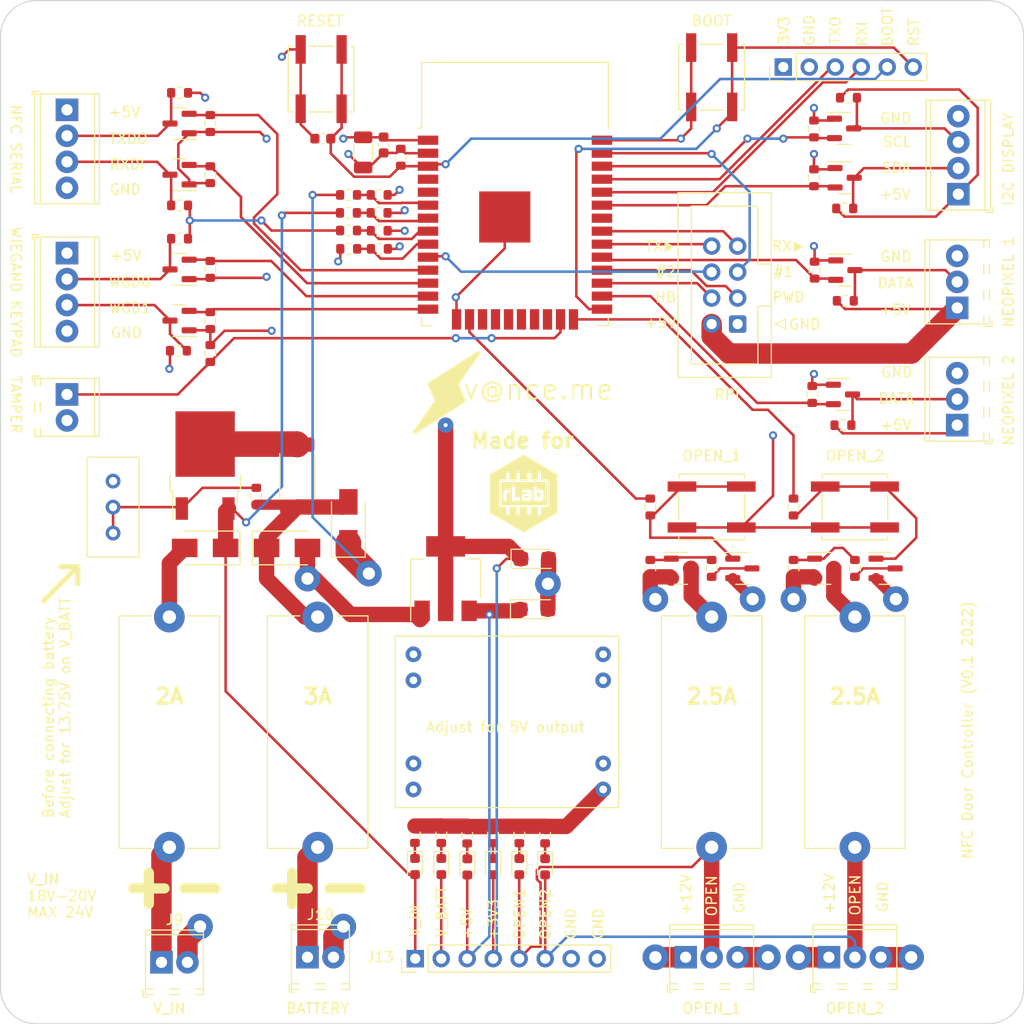
<source format=kicad_pcb>
(kicad_pcb (version 20211014) (generator pcbnew)
  (layers (0 "F.Cu" signal) (1 "In1.Cu" power) (2 "In2.Cu" power) (31 "B.Cu" signal) (34 "B.Paste" user) (35 "F.Paste" user) (36 "B.SilkS" user "B.Silkscreen") (37 "F.SilkS" user "F.Silkscreen") (38 "B.Mask" user) (39 "F.Mask" user) (44 "Edge.Cuts" user))
  (net 0 "")
  (net 1 "+5V")
  (net 2 "GND")
  (net 3 "+3V3")
  (net 4 "RESET")
  (net 5 "V_IN")
  (net 6 "+BATT")
  (net 7 "Net-(D5-Pad1)")
  (net 8 "Net-(D6-Pad1)")
  (net 9 "Net-(F1-Pad2)")
  (net 10 "Net-(F2-Pad2)")
  (net 11 "OPEN_1_12")
  (net 12 "Net-(F3-Pad2)")
  (net 13 "OPEN_2_12")
  (net 14 "Net-(F4-Pad2)")
  (net 15 "NPX_1_5")
  (net 16 "NPX_2_5")
  (net 17 "TAMPER")
  (net 18 "WG_D0_5")
  (net 19 "WG_D1_5")
  (net 20 "TXDO_NFC_5")
  (net 21 "RXDI_NFC_5")
  (net 22 "SDA_DISP_5")
  (net 23 "SCL_DISP_5")
  (net 24 "TXDO_PROG")
  (net 25 "RXDI_PROG")
  (net 26 "BOOT")
  (net 27 "PI_POWERED")
  (net 28 "PI_HEARTBEAT")
  (net 29 "PI_OPEN_CMD_1")
  (net 30 "PI_OPEN_CMD_2")
  (net 31 "RXDI_PI")
  (net 32 "TXDO_PI")
  (net 33 "NPX_1")
  (net 34 "NPX_2")
  (net 35 "Net-(Q3-Pad1)")
  (net 36 "Net-(Q4-Pad1)")
  (net 37 "Net-(Q4-Pad3)")
  (net 38 "WG_D0")
  (net 39 "WG_D1")
  (net 40 "Net-(Q7-Pad1)")
  (net 41 "TXDO_NFC")
  (net 42 "RXDI_NFC")
  (net 43 "Net-(Q10-Pad1)")
  (net 44 "Net-(Q10-Pad3)")
  (net 45 "SDA_DISP")
  (net 46 "SCL_DISP")
  (net 47 "Net-(D1-Pad2)")
  (net 48 "Net-(D9-Pad1)")
  (net 49 "ADC_VIN")
  (net 50 "ADC_VBATT")
  (net 51 "ADC_V5")
  (net 52 "ADC_V3")
  (net 53 "OPEN_1")
  (net 54 "OPEN_2")
  (net 64 "Net-(D2-Pad2)")
  (net 65 "Net-(D4-Pad1)")
  (net 66 "Net-(D7-Pad1)")
  (net 67 "Net-(D8-Pad1)")
  (net 68 "Net-(R2-Pad1)")
  (net 69 "Net-(R3-Pad2)")
  (footprint "Connector_PinHeader_2.54mm:PinHeader_1x06_P2.54mm_Vertical" (layer "F.Cu") (at 123 53 90)
    (fp_text reference "J11" hide)
    (fp_text value "PROG")
  )
  (footprint "Resistor_SMD:R_0603_1608Metric" (layer "F.Cu") (at 83.5 67.254176)
    (fp_text reference "R7" hide)
    (fp_text value "750")
  )
  (footprint "LED_SMD:LED_0603_1608Metric" (layer "F.Cu") (at 99.722911 131.157016 -90)
    (fp_text reference "D7" hide)
    (fp_text value "WHITE" hide)
  )
  (footprint "Resistor_SMD:R_0603_1608Metric" (layer "F.Cu") (at 64 66.5225 180)
    (fp_text reference "R34" hide)
    (fp_text value "10k")
  )
  (footprint "Package_TO_SOT_SMD:SOT-23" (layer "F.Cu") (at 113 102)
    (fp_text reference "Q3" hide)
    (fp_text value "AO3401A")
  )
  (footprint "Capacitor_Tantalum_SMD:CP_EIA-3216-18_Kemet-A" (layer "F.Cu") (at 98.707332 101.065037)
    (fp_text reference "C2" hide)
    (fp_text value "10u")
  )
  (footprint "TerminalBlock_Phoenix:TerminalBlock_Phoenix_MPT-0,5-2-2.54_1x02_P2.54mm_Horizontal" (layer "F.Cu") (at 76.5 140)
    (fp_text reference "J10")
    (fp_text value "BATTERY")
  )
  (footprint "MountingHole:MountingHole_3.2mm_M3_DIN965" (layer "F.Cu") (at 143 50)
    (fp_text reference "REF**" hide)
    (fp_text value "MountingHole_3.2mm_M3_DIN965" hide)
  )
  (footprint "Resistor_SMD:R_0603_1608Metric" (layer "F.Cu") (at 67 81 90)
    (fp_text reference "R1" hide)
    (fp_text value "10k")
  )
  (footprint "Resistor_SMD:R_0603_1608Metric" (layer "F.Cu") (at 89.574391 128.013549 90)
    (fp_text reference "R10" hide)
    (fp_text value "2k4" hide)
  )
  (footprint "Resistor_SMD:R_0603_1608Metric" (layer "F.Cu") (at 80.528685 70.768152 180)
    (fp_text reference "R14" hide)
    (fp_text value "10k")
  )
  (footprint "Resistor_SMD:R_2512_6332Metric_Pad1.40x3.35mm_HandSolder" (layer "F.Cu") (at 75.5 92.95 -90)
    (fp_text reference "R2" hide)
    (fp_text value "0.2")
  )
  (footprint "LED_SMD:LED_0603_1608Metric" (layer "F.Cu") (at 89.580631 131.135233 -90)
    (fp_text reference "D5" hide)
    (fp_text value "RED" hide)
  )
  (footprint "Resistor_SMD:R_0603_1608Metric" (layer "F.Cu") (at 80.51035 68.98 180)
    (fp_text reference "R13" hide)
    (fp_text value "10k")
  )
  (footprint "Resistor_SMD:R_0603_1608Metric" (layer "F.Cu") (at 87 128 90)
    (fp_text reference "R8" hide)
    (fp_text value "4k7" hide)
  )
  (footprint "Package_TO_SOT_SMD:SOT-23" (layer "F.Cu") (at 64 72.78 180)
    (fp_text reference "Q5" hide)
    (fp_text value "2N7002")
  )
  (footprint "LED_SMD:LED_0603_1608Metric" (layer "F.Cu") (at 94.641877 131.143467 -90)
    (fp_text reference "D9" hide)
    (fp_text value "RED" hide)
  )
  (footprint "Diode_SMD:D_SMA" (layer "F.Cu") (at 80.5 97.5 90)
    (fp_text reference "D2" hide)
    (fp_text value "SS210")
  )
  (footprint "Package_TO_SOT_SMD:SOT-23" (layer "F.Cu") (at 64 63.5225 180)
    (fp_text reference "Q9" hide)
    (fp_text value "2N7002")
  )
  (footprint "Resistor_SMD:R_0603_1608Metric" (layer "F.Cu") (at 129.0625 75.850012)
    (fp_text reference "R21" hide)
    (fp_text value "10k")
  )
  (footprint "Resistor_SMD:R_0603_1608Metric" (layer "F.Cu") (at 67 77.78 90)
    (fp_text reference "R28" hide)
    (fp_text value "10k")
  )
  (footprint "Resistor_SMD:R_0603_1608Metric" (layer "F.Cu") (at 126.0625 72.850012 -90)
    (fp_text reference "R20" hide)
    (fp_text value "10k")
  )
  (footprint "Capacitor_SMD:C_1206_3216Metric" (layer "F.Cu") (at 81.94 61.345 90)
    (fp_text reference "C3" hide)
    (fp_text value "10u")
  )
  (footprint "Package_TO_SOT_SMD:SOT-23" (layer "F.Cu") (at 129 63.822256)
    (fp_text reference "Q11" hide)
    (fp_text value "2N7002")
  )
  (footprint "Resistor_SMD:R_0603_1608Metric" (layer "F.Cu") (at 85.62 61.82 90)
    (fp_text reference "R4" hide)
    (fp_text value "10k")
  )
  (footprint "TerminalBlock_Phoenix:TerminalBlock_Phoenix_MPT-0,5-2-2.54_1x02_P2.54mm_Horizontal" (layer "F.Cu") (at 53 85 -90)
    (fp_text reference "J8" hide)
    (fp_text value "TAMPER")
  )
  (footprint "TerminalBlock_Phoenix:TerminalBlock_Phoenix_MPT-0,5-4-2.54_1x04_P2.54mm_Horizontal" (layer "F.Cu") (at 53 71.185 -90)
    (fp_text reference "J5" hide)
    (fp_text value "WIEGAND KEYPAD")
  )
  (footprint "Button_Switch_SMD:SW_Push_1P1T_NO_CK_KSC7xxJ" (layer "F.Cu") (at 130 96)
    (fp_text reference "SW4" hide)
    (fp_text value "TEST_2")
  )
  (footprint "Package_TO_SOT_SMD:TO-252-2" (layer "F.Cu") (at 66.5 91.95 90)
    (fp_text reference "U2" hide)
    (fp_text value "LM317_TO-252")
  )
  (footprint "Package_TO_SOT_SMD:SOT-23" (layer "F.Cu") (at 129.0625 72.850012)
    (fp_text reference "Q1" hide)
    (fp_text value "2N7002")
  )
  (footprint "MountingHole:MountingHole_3.2mm_M3_DIN965" (layer "F.Cu") (at 50 50)
    (fp_text reference "REF**" hide)
    (fp_text value "MountingHole_3.2mm_M3_DIN965" hide)
  )
  (footprint "Resistor_SMD:R_0603_1608Metric" (layer "F.Cu") (at 99.722911 128.040648 90)
    (fp_text reference "R12" hide)
    (fp_text value "2k4" hide)
  )
  (footprint "Resistor_SMD:R_0603_1608Metric" (layer "F.Cu") (at 92.108134 128.054198 90)
    (fp_text reference "R16" hide)
    (fp_text value "620" hide)
  )
  (footprint "TerminalBlock_Phoenix:TerminalBlock_Phoenix_MPT-0,5-3-2.54_1x03_P2.54mm_Horizontal" (layer "F.Cu") (at 113.46 140)
    (fp_text reference "J1" hide)
    (fp_text value "ACT_1")
  )
  (footprint "LED_SMD:LED_0603_1608Metric" (layer "F.Cu") (at 87.010631 131.135233 -90)
    (fp_text reference "D4" hide)
    (fp_text value "RED" hide)
  )
  (footprint "Resistor_SMD:R_0603_1608Metric" (layer "F.Cu") (at 129 66.822256)
    (fp_text reference "R38" hide)
    (fp_text value "10k")
  )
  (footprint "Resistor_SMD:R_0603_1608Metric" (layer "F.Cu") (at 128.830024 88)
    (fp_text reference "R23" hide)
    (fp_text value "10k")
  )
  (footprint "Fuse:Fuseholder_Cylinder-5x20mm_Schurter_0031_8201_Horizontal_Open" (layer "F.Cu") (at 77.5 106.75 -90)
    (fp_text reference "F2" hide)
    (fp_text value "3A")
  )
  (footprint "Resistor_SMD:R_0603_1608Metric" (layer "F.Cu") (at 116 102 -90)
    (fp_text reference "R24" hide)
    (fp_text value "4k7")
  )
  (footprint "Resistor_SMD:R_0603_1608Metric" (layer "F.Cu") (at 129.370024 56)
    (fp_text reference "R40" hide)
    (fp_text value "10k")
  )
  (footprint "Package_TO_SOT_SMD:SOT-23" (layer "F.Cu") (at 133 102)
    (fp_text reference "Q10" hide)
    (fp_text value "MMBT5551L")
  )
  (footprint "Fuse:Fuseholder_Cylinder-5x20mm_Schurter_0031_8201_Horizontal_Open" (layer "F.Cu") (at 130 129.25 90)
    (fp_text reference "F4" hide)
    (fp_text value "3A")
  )
  (footprint "Resistor_SMD:R_0603_1608Metric" (layer "F.Cu") (at 67 58.5225 90)
    (fp_text reference "R31" hide)
    (fp_text value "10k")
  )
  (footprint "Package_TO_SOT_SMD:SOT-23" (layer "F.Cu") (at 64 77.78 180)
    (fp_text reference "Q6" hide)
    (fp_text value "2N7002")
  )
  (footprint "Diode_SMD:D_SMA" (layer "F.Cu") (at 74.5 100)
    (fp_text reference "D3" hide)
    (fp_text value "SS210")
  )
  (footprint "MountingHole:MountingHole_3.2mm_M3_DIN965" (layer "F.Cu") (at 50 143)
    (fp_text reference "REF**" hide)
    (fp_text value "MountingHole_3.2mm_M3_DIN965" hide)
  )
  (footprint "LED_SMD:LED_0603_1608Metric" (layer "F.Cu") (at 97.202718 131.143467 -90)
    (fp_text reference "D6" hide)
    (fp_text value "WHITE" hide)
  )
  (footprint "Package_TO_SOT_SMD:SOT-23" (layer "F.Cu") (at 119 102)
    (fp_text reference "Q4" hide)
    (fp_text value "MMBT5551L")
  )
  (footprint "Resistor_SMD:R_0603_1608Metric" (layer "F.Cu") (at 80.51035 65.5 180)
    (fp_text reference "R6" hide)
    (fp_text value "10k")
  )
  (footprint "Diode_SMD:D_SMA" (layer "F.Cu") (at 66.5 100 180)
    (fp_text reference "D1" hide)
    (fp_text value "SS210")
  )
  (footprint "Resistor_SMD:R_0603_1608Metric" (layer "F.Cu") (at 124 102 90)
    (fp_text reference "R30" hide)
    (fp_text value "10k")
  )
  (footprint "Resistor_SMD:R_0603_1608Metric" (layer "F.Cu") (at 64 69.78 180)
    (fp_text reference "R27" hide)
    (fp_text value "10k")
  )
  (footprint "TerminalBlock_Phoenix:TerminalBlock_Phoenix_MPT-0,5-4-2.54_1x04_P2.54mm_Horizontal" (layer "F.Cu") (at 140.107476 65.42774 90)
    (fp_text reference "J7" hide)
    (fp_text value "I2C DISPLAY")
  )
  (footprint "Resistor_SMD:R_0603_1608Metric" (layer "F.Cu") (at 126 63.822256 -90)
    (fp_text reference "R37" hide)
    (fp_text value "10k")
  )
  (footprint "TerminalBlock_Phoenix:TerminalBlock_Phoenix_MPT-0,5-3-2.54_1x03_P2.54mm_Horizontal" (layer "F.Cu") (at 127.46 140)
    (fp_text reference "J2" hide)
    (fp_text value "ACT_2")
  )
  (footprint "MP1584:MP1584" (layer "F.Cu") (at 96 117)
    (fp_text reference "U1" hide)
    (fp_text value "MP1584")
  )
  (footprint "Resistor_SMD:R_0603_1608Metric" (layer "F.Cu") (at 124 96 -90)
    (fp_text reference "R36" hide)
    (fp_text value "10k")
  )
  (footprint "Resistor_SMD:R_0603_1608Metric" (layer "F.Cu") (at 94.628327 128.027099 90)
    (fp_text reference "R18" hide)
    (fp_text value "330" hide)
  )
  (footprint "Package_TO_SOT_SMD:SOT-23" (layer "F.Cu") (at 127 102)
    (fp_text reference "Q7" hide)
    (fp_text value "AO3401A")
  )
  (footprint "Capacitor_SMD:C_0603_1608Metric" (layer "F.Cu") (at 78 60 180)
    (fp_text reference "C5" hide)
    (fp_text value "1u")
  )
  (footprint "Resistor_SMD:R_0603_1608Metric" (layer "F.Cu") (at 71.5 94.95 90)
    (fp_text reference "R3" hide)
    (fp_text value "220")
  )
  (footprint "Resistor_SMD:R_0603_1608Metric" (layer "F.Cu") (at 130 102 -90)
    (fp_text reference "R35" hide)
    (fp_text value "4k7")
  )
  (footprint "LED_SMD:LED_0603_1608Metric" (layer "F.Cu") (at 92.121683 131.17175 -90)
    (fp_text reference "D8" hide)
    (fp_text value "RED" hide)
  )
  (footprint "Resistor_SMD:R_0603_1608Metric" (layer "F.Cu") (at 126 59.05 -90)
    (fp_text reference "R39" hide)
    (fp_text value "10k")
  )
  (footprint "Package_TO_SOT_SMD:SOT-223-3_TabPin2" (layer "F.Cu") (at 90 103 90)
    (fp_text reference "U3" hide)
    (fp_text value "AMS1117-3.3")
  )
  (footprint "Button_Switch_SMD:SW_Push_1P1T_NO_CK_KSC7xxJ" (layer "F.Cu") (at 116 54 90)
    (fp_text reference "SW2" hide)
    (fp_text value "BOOT")
  )
  (footprint "Package_TO_SOT_SMD:SOT-23" (layer "F.Cu") (at 128.830024 85)
    (fp_text reference "Q2" hide)
    (fp_text value "2N7002")
  )
  (footprint "TerminalBlock_Phoenix:TerminalBlock_Phoenix_MPT-0,5-3-2.54_1x03_P2.54mm_Horizontal" (layer "F.Cu") (at 140 88 90)
    (fp_text reference "J4" hide)
    (fp_text value "NPX_2")
  )
  (footprint "Package_TO_SOT_SMD:SOT-23" (layer "F.Cu") (at 64 58.5225 180)
    (fp_text reference "Q8" hide)
    (fp_text value "2N7002")
  )
  (footprint "Package_TO_SOT_SMD:SOT-23" (layer "F.Cu") (at 128.9375 59)
    (fp_text reference "Q12" hide)
    (fp_text value "2N7002")
  )
  (footprint "Resistor_SMD:R_0603_1608Metric" (layer "F.Cu") (at 67 63.5225 90)
    (fp_text reference "R33" hide)
    (fp_text value "10k")
  )
  (footprint "Fuse:Fuseholder_Cylinder-5x20mm_Schurter_0031_8201_Horizontal_Open" (layer "F.Cu") (at 63 106.75 -90)
    (fp_text reference "F1" hide)
    (fp_text value "2A")
  )
  (footprint "TerminalBlock_Phoenix:TerminalBlock_Phoenix_MPT-0,5-4-2.54_1x04_P2.54mm_Horizontal" (layer "F.Cu") (at 53 57.185 -90)
    (fp_text reference "J6" hide)
    (fp_text value "NFC SERIAL")
  )
  (footprint "Resistor_SMD:R_0603_1608Metric" (layer "F.Cu") (at 83.51035 65.5)
    (fp_text reference "R9" hide)
    (fp_text value "1k1")
  )
  (footprint "Button_Switch_SMD:SW_Push_1P1T_NO_CK_KSC7xxJ" (layer "F.Cu") (at 116 96)
    (fp_text reference "SW3" hide)
    (fp_text value "TEST_1")
  )
  (footprint "Resistor_SMD:R_0603_1608Metric" (layer "F.Cu") (at 63.885989 80.726816)
    (fp_text reference "R29" hide)
    (fp_text value "10k")
  )
  (footprint "Resistor_SMD:R_0603_1608Metric" (layer "F.Cu") (at 80.5 67.254176 180)
    (fp_text reference "R5" hide)
    (fp_text value "10k")
  )
  (footprint "TerminalBlock_Phoenix:TerminalBlock_Phoenix_MPT-0,5-2-2.54_1x02_P2.54mm_Horizontal" (layer "F.Cu") (at 62.23 140.5)
    (fp_text reference "J9")
    (fp_text value "V_IN")
  )
  (footprint "Resistor_SMD:R_0603_1608Metric" (layer "F.Cu") (at 64 55.5225 180)
    (fp_text reference "R32" hide)
    (fp_text value "10k")
  )
  (footprint "RF_Module:ESP32-WROOM-32" (layer "F.Cu") (at 96.78 68.41)
    (fp_text reference "U4" hide)
    (fp_text value "ESP32-WROOM-32D")
  )
  (footprint "Resistor_SMD:R_0603_1608Metric" (layer "F.Cu") (at 110 96 -90)
    (fp_text reference "R25" hide)
    (fp_text value "10k")
  )
  (footprint "Resistor_SMD:R_0603_1608Metric" (layer "F.Cu") (at 83.528685 70.768152 180)
    (fp_text reference "R17" hide)
    (fp_text value "10k")
  )
  (footprint "Potentiometer_THT:Potentiometer_Bourns_3296W_Vertical" (layer "F.Cu") (at 57.5 98.55 -90)
    (fp_text reference "RV1" hide)
    (fp_text value "3k")
  )
  (footprint "Resistor_SMD:R_0603_1608Metric" (layer "F.Cu") (at 125.830024 85 -90)
    (fp_text reference "R22" hide)
    (fp_text value "10k")
  )
  (footprint "Resistor_SMD:R_0603_1608Metric" (layer "F.Cu") (at 110 102 90)
    (fp_text reference "R19" hide)
    (fp_text value "10k")
  )
  (footprint "TerminalBlock_Phoenix:TerminalBlock_Phoenix_MPT-0,5-3-2.54_1x03_P2.54mm_Horizontal" (layer "F.Cu") (at 140 76.54 90)
    (fp_text reference "J3" hide)
    (fp_text value "NPX_1")
  )
  (footprint "Resistor_SMD:R_0603_1608Metric" (layer "F.Cu") (at 83.51035 69)
    (fp_text reference "R15" hide)
    (fp_text value "4k7")
  )
  (footprint "Resistor_SMD:R_0603_1608Metric" (layer "F.Cu") (at 67 72.78 90)
    (fp_text reference "R26" hide)
    (fp_text value "10k")
  )
  (footprint "Button_Switch_SMD:SW_Push_1P1T_NO_CK_KSC7xxJ" (layer "F.Cu") (at 77.835 54.18 90)
    (fp_text reference "SW1" hide)
    (fp_text value "RESET")
  )
  (footprint "Connector_PinHeader_2.54mm:PinHeader_1x08_P2.54mm_Vertical" (layer "F.Cu") (at 87.031669 140.137882 90)
    (fp_text reference "J13")
    (fp_text value "TEST POINTS" hide)
  )
  (footprint "Resistor_SMD:R_0603_1608Metric" (layer "F.Cu") (at 97.202718 128.027099 90)
    (fp_text reference "R11" hide)
    (fp_text value "2k4" hide)
  )
  (footprint "Fuse:Fuseholder_Cylinder-5x20mm_Schurter_0031_8201_Horizontal_Open" (layer "F.Cu") (at 116 129.25 90)
    (fp_text reference "F3" hide)
    (fp_text value "3A")
  )
  (footprint "MountingHole:MountingHole_3.2mm_M3_DIN965" (layer "F.Cu") (at 143 143)
    (fp_text reference "REF**" hide)
    (fp_text value "MountingHole_3.2mm_M3_DIN965" hide)
  )
  (footprint "Capacitor_SMD:C_0603_1608Metric" (layer "F.Cu") (at 83.94 60.62 90)
    (fp_text reference "C4" hide)
    (fp_text value "100n")
  )
  (footprint "Capacitor_Tantalum_SMD:CP_EIA-3216-18_Kemet-A" (layer "F.Cu") (at 98.65 106)
    (fp_text reference "C1" hide)
    (fp_text value "10u")
  )
  (footprint "Connector_IDC:IDC-Header_2x04_P2.54mm_Vertical" (layer "F.Cu") (at 118.54 78.12 180)
    (fp_text reference "J12" hide)
    (fp_text value "PI")
  )
  (gr_poly (pts (xy 99.888434 95.8161) (xy 95.362733 95.8161) (xy 95.362733 95.376497) (xy 95.671752 95.376497) (xy 95.986853 95.376497) (xy 96.469623 95.376497) (xy 97.281025 95.376497) (xy 97.281025 95.135634) (xy 97.449188 95.135634) (xy 97.450093 95.164801) (xy 97.451225 95.178678) (xy 97.45281 95.192085) (xy 97.454847 95.205022) (xy 97.457338 95.217488) (xy 97.460281 95.229484) (xy 97.463676 95.24101) (xy 97.467525 95.252065) (xy 97.471826 95.26265) (xy 97.47658 95.272764) (xy 97.481787 95.282408) (xy 97.487447 95.291581) (xy 97.493559 95.300284) (xy 97.500124 95.308517) (xy 97.507142 95.316279) (xy 97.514613 95.323571) (xy 97.522536 95.330393) (xy 97.530912 95.336744) (xy 97.539741 95.342624) (xy 97.549023 95.348034) (xy 97.558757 95.352974) (xy 97.568945 95.357443) (xy 97.579585 95.361442) (xy 97.590678 95.364971) (xy 97.602223 95.368029) (xy 97.614221 95.370616) (xy 97.626673 95.372733) (xy 97.639577 95.37438) (xy 97.652933 95.375556) (xy 97.666743 95.376262) (xy 97.681005 95.376497) (xy 98.166413 95.376497) (xy 98.615908 95.376497) (xy 99.325866 95.376497) (xy 99.35657 95.375556) (xy 99.371179 95.37438) (xy 99.385292 95.372733) (xy 99.398911 95.370616) (xy 99.412034 95.368029) (xy 99.424661 95.364971) (xy 99.436793 95.361442) (xy 99.44843 95.357443) (xy 99.459572 95.352974) (xy 99.470219 95.348034) (xy 99.48037 95.342624) (xy 99.490026 95.336744) (xy 99.499187 95.330393) (xy 99.507852 95.323571) (xy 99.516022 95.316279) (xy 99.523697 95.308517) (xy 99.530877 95.300284) (xy 99.537562 95.291581) (xy 99.543751 95.282408) (xy 99.549445 95.272764) (xy 99.554644 95.26265) (xy 99.559348 95.252065) (xy 99.563557 95.24101) (xy 99.56727 95.229484) (xy 99.570489 95.217488) (xy 99.573212 95.205022) (xy 99.57544 95.192085) (xy 99.577173 95.178678) (xy 99.578411 95.164801) (xy 99.579153 95.150453) (xy 99.579401 95.135634) (xy 99.579401 94.563288) (xy 99.579159 94.547909) (xy 99.578432 94.533019) (xy 99.57722 94.518618) (xy 99.575524 94.504704) (xy 99.573343 94.491279) (xy 99.570678 94.478342) (xy 99.567528 94.465893) (xy 99.563894 94.453932) (xy 99.559775 94.44246) (xy 99.555171 94.431476) (xy 99.550083 94.42098) (xy 99.54451 94.410972) (xy 99.538453 94.401452) (xy 99.531911 94.392421) (xy 99.524885 94.383878) (xy 99.517374 94.375823) (xy 99.509378 94.368256) (xy 99.500898 94.361178) (xy 99.491933 94.354587) (xy 99.482484 94.348485) (xy 99.47255 94.342871) (xy 99.462132 94.337746) (xy 99.451229 94.333108) (xy 99.439842 94.328959) (xy 99.42797 94.325297) (xy 99.415613 94.322124) (xy 99.402772 94.319439) (xy 99.389447 94.317243) (xy 99.375636 94.315534) (xy 99.361342 94.314314) (xy 99.346563 94.313581) (xy 99.331299 94.313337) (xy 98.929231 94.313337) (xy 98.929231 94) (xy 98.615908 94) (xy 98.615908 95.376497) (xy 98.166413 95.376497) (xy 98.181457 95.376253) (xy 98.196023 95.375521) (xy 98.210111 95.3743) (xy 98.223722 95.372592) (xy 98.236856 95.370396) (xy 98.249512 95.367711) (xy 98.261691 95.364539) (xy 98.273392 95.360878) (xy 98.284615 95.356729) (xy 98.295361 95.352092) (xy 98.305629 95.346967) (xy 98.31542 95.341353) (xy 98.324734 95.335252) (xy 98.333569 95.328662) (xy 98.341927 95.321584) (xy 98.349808 95.314018) (xy 98.357211 95.305964) (xy 98.364137 95.297421) (xy 98.370584 95.288391) (xy 98.376555 95.278872) (xy 98.382047 95.268864) (xy 98.387062 95.258369) (xy 98.3916 95.247386) (xy 98.39566 95.235914) (xy 98.399242 95.223954) (xy 98.402347 95.211505) (xy 98.404974 95.198568) (xy 98.407123 95.185144) (xy 98.408795 95.17123) (xy 98.409989 95.156829) (xy 98.410706 95.141939) (xy 98.410944 95.126561) (xy 98.410944 94.563288) (xy 98.410697 94.547909) (xy 98.409954 94.533019) (xy 98.408715 94.518618) (xy 98.406982 94.504704) (xy 98.404753 94.491279) (xy 98.402028 94.478342) (xy 98.398809 94.465893) (xy 98.395094 94.453932) (xy 98.390883 94.44246) (xy 98.386178 94.431476) (xy 98.380977 94.42098) (xy 98.375281 94.410972) (xy 98.369089 94.401452) (xy 98.362402 94.392421) (xy 98.35522 94.383878) (xy 98.347543 94.375823) (xy 98.339371 94.368256) (xy 98.330703 94.361178) (xy 98.32154 94.354587) (xy 98.311881 94.348485) (xy 98.301728 94.342871) (xy 98.291079 94.337746) (xy 98.279935 94.333108) (xy 98.268296 94.328959) (xy 98.256161 94.325297) (xy 98.243531 94.322124) (xy 98.230406 94.319439) (xy 98.216786 94.317243) (xy 98.202671 94.315534) (xy 98.18806 94.314314) (xy 98.172955 94.313581) (xy 98.157354 94.313337) (xy 97.490857 94.313337) (xy 97.490857 94.610377) (xy 98.043252 94.610377) (xy 98.046596 94.61043) (xy 98.049834 94.610589) (xy 98.052965 94.610854) (xy 98.055991 94.611226) (xy 98.05891 94.611704) (xy 98.061723 94.612287) (xy 98.064429 94.612977) (xy 98.06703 94.613774) (xy 98.069524 94.614676) (xy 98.071912 94.615684) (xy 98.074194 94.616799) (xy 98.07637 94.61802) (xy 98.07844 94.619346) (xy 98.080403 94.620779) (xy 98.08226 94.622319) (xy 98.084011 94.623964) (xy 98.085656 94.625715) (xy 98.087195 94.627573) (xy 98.088627 94.629536) (xy 98.089954 94.631606) (xy 98.091174 94.633782) (xy 98.092288 94.636064) (xy 98.093296 94.638452) (xy 98.094198 94.640946) (xy 98.094994 94.643546) (xy 98.095683 94.646252) (xy 98.096267 94.649065) (xy 98.096744 94.651983) (xy 98.097116 94.655008) (xy 98.097381 94.658139) (xy 98.09754 94.661375) (xy 98.097593 94.664718) (xy 98.097593 94.744403) (xy 98.093964 94.742871) (xy 98.090321 94.741437) (xy 98.086664 94.740102) (xy 98.082993 94.738866) (xy 98.079308 94.737729) (xy 98.075609 94.73669) (xy 98.071896 94.735751) (xy 98.068169 94.73491) (xy 98.064428 94.734169) (xy 98.060673 94.733526) (xy 98.056904 94.732982) (xy 98.053121 94.732537) (xy 98.049323 94.732191) (xy 98.045512 94.731944) (xy 98.041686 94.731795) (xy 98.037846 94.731746) (xy 97.681005 94.731746) (xy 97.666743 94.731986) (xy 97.652933 94.732708) (xy 97.639577 94.733911) (xy 97.626673 94.735595) (xy 97.614221 94.73776) (xy 97.602223 94.740406) (xy 97.590678 94.743533) (xy 97.579585 94.747141) (xy 97.568945 94.751231) (xy 97.558757 94.755801) (xy 97.549023 94.760852) (xy 97.539741 94.766385) (xy 97.530912 94.772398) (xy 97.522536 94.778893) (xy 97.514613 94.785868) (xy 97.507142 94.793325) (xy 97.500124 94.801263) (xy 97.493559 94.809681) (xy 97.487447 94.818581) (xy 97.481787 94.827961) (xy 97.47658 94.837823) (xy 97.471826 94.848165) (xy 97.467525 94.858989) (xy 97.463676 94.870293) (xy 97.460281 94.882078) (xy 97.457338 94.894345) (xy 97.454847 94.907092) (xy 97.45281 94.92032) (xy 97.451225 94.934029) (xy 97.450093 94.948219) (xy 97.449414 94.96289) (xy 97.449188 94.978042) (xy 97.449188 95.135634) (xy 97.281025 95.135634) (xy 97.281025 95.030548) (xy 96.782974 95.030548) (xy 96.782974 94) (xy 96.469623 94) (xy 96.469623 95.376497) (xy 95.986853 95.376497) (xy 95.986853 94.681002) (xy 95.986906 94.677661) (xy 95.987066 94.674425) (xy 95.987331 94.671295) (xy 95.987702 94.668272) (xy 95.98818 94.665354) (xy 95.988764 94.662543) (xy 95.989454 94.659837) (xy 95.99025 94.657238) (xy 95.991153 94.654745) (xy 95.992161 94.652357) (xy 95.993276 94.650076) (xy 95.994496 94.647901) (xy 95.995823 94.645831) (xy 95.997256 94.643868) (xy 95.998795 94.642011) (xy 96.00044 94.64026) (xy 96.002192 94.638615) (xy 96.004049 94.637076) (xy 96.006013 94.635644) (xy 96.008083 94.634317) (xy 96.010258 94.633097) (xy 96.01254 94.631982) (xy 96.014928 94.630974) (xy 96.017423 94.630072) (xy 96.020023 94.629275) (xy 96.022729 94.628586) (xy 96.025542 94.628002) (xy 96.02846 94.627524) (xy 96.031485 94.627152) (xy 96.034616 94.626887) (xy 96.037852 94.626728) (xy 96.041195 94.626675) (xy 96.273069 94.626675) (xy 96.273069 94.313337) (xy 95.921702 94.313337) (xy 95.905672 94.313581) (xy 95.890194 94.314314) (xy 95.875269 94.315534) (xy 95.860896 94.317243) (xy 95.847075 94.319439) (xy 95.833807 94.322124) (xy 95.821091 94.325297) (xy 95.808928 94.328958) (xy 95.797317 94.333108) (xy 95.786259 94.337745) (xy 95.775753 94.342871) (xy 95.7658 94.348485) (xy 95.756399 94.354587) (xy 95.747551 94.361177) (xy 95.739255 94.368255) (xy 95.731513 94.375821) (xy 95.724274 94.383876) (xy 95.717504 94.392419) (xy 95.7112 94.401451) (xy 95.705363 94.410971) (xy 95.699994 94.420979) (xy 95.695092 94.431476) (xy 95.690657 94.44246) (xy 95.686689 94.453933) (xy 95.683188 94.465895) (xy 95.680153 94.478344) (xy 95.677586 94.491281) (xy 95.675486 94.504706) (xy 95.673852 94.51862) (xy 95.672686 94.533021) (xy 95.671986 94.54791) (xy 95.671752 94.563288) (xy 95.671752 95.376497) (xy 95.362733 95.376497) (xy 95.362733 93.560411) (xy 99.888434 93.560411)) (layer "F.SilkS") (width 0.008) (fill solid))
  (gr_poly (pts (xy 98.063612 94.938227) (xy 98.065769 94.938333) (xy 98.067856 94.938511) (xy 98.069872 94.938759) (xy 98.071817 94.939077) (xy 98.073691 94.939467) (xy 98.075495 94.939928) (xy 98.077227 94.940459) (xy 98.078889 94.941061) (xy 98.080481 94.941734) (xy 98.082001 94.942478) (xy 98.083451 94.943293) (xy 98.08483 94.944178) (xy 98.086138 94.945135) (xy 98.087376 94.946162) (xy 98.088543 94.94726) (xy 98.089639 94.948429) (xy 98.090664 94.949668) (xy 98.091618 94.950979) (xy 98.092502 94.95236) (xy 98.093315 94.953812) (xy 98.094058 94.955335) (xy 98.09473 94.956928) (xy 98.095331 94.958593) (xy 98.095861 94.960328) (xy 98.09632 94.962134) (xy 98.096709 94.964011) (xy 98.097027 94.965959) (xy 98.097275 94.967977) (xy 98.097452 94.970066) (xy 98.097558 94.972226) (xy 98.097593 94.974457) (xy 98.097593 95.048681) (xy 98.097558 95.050909) (xy 98.097452 95.053067) (xy 98.097275 95.055153) (xy 98.097027 95.057169) (xy 98.096709 95.059114) (xy 98.09632 95.060989) (xy 98.095861 95.062792) (xy 98.095331 95.064525) (xy 98.09473 95.066187) (xy 98.094058 95.067778) (xy 98.093315 95.069299) (xy 98.092502 95.070748) (xy 98.091618 95.072127) (xy 98.090664 95.073436) (xy 98.089639 95.074673) (xy 98.088543 95.07584) (xy 98.087376 95.076936) (xy 98.086138 95.077961) (xy 98.08483 95.078916) (xy 98.083451 95.0798) (xy 98.082001 95.080613) (xy 98.080481 95.081355) (xy 98.078889 95.082027) (xy 98.077227 95.082628) (xy 98.075495 95.083158) (xy 98.073691 95.083618) (xy 98.071817 95.084007) (xy 98.069872 95.084325) (xy 98.067856 95.084572) (xy 98.065769 95.084749) (xy 98.063612 95.084855) (xy 98.061384 95.08489) (xy 97.79697 95.08489) (xy 97.794739 95.084855) (xy 97.792579 95.084749) (xy 97.79049 95.084572) (xy 97.788472 95.084325) (xy 97.786525 95.084007) (xy 97.784648 95.083618) (xy 97.782843 95.083158) (xy 97.781108 95.082628) (xy 97.779444 95.082027) (xy 97.777851 95.081355) (xy 97.776328 95.080613) (xy 97.774877 95.0798) (xy 97.773496 95.078916) (xy 97.772187 95.077961) (xy 97.770948 95.076936) (xy 97.76978 95.07584) (xy 97.768682 95.074673) (xy 97.767656 95.073436) (xy 97.7667 95.072127) (xy 97.765815 95.070748) (xy 97.765001 95.069299) (xy 97.764258 95.067778) (xy 97.763585 95.066187) (xy 97.762984 95.064525) (xy 97.762453 95.062792) (xy 97.761993 95.060989) (xy 97.761603 95.059114) (xy 97.761285 95.057169) (xy 97.761037 95.055153) (xy 97.76086 95.053067) (xy 97.760754 95.050909) (xy 97.760719 95.048681) (xy 97.760719 94.974457) (xy 97.760754 94.972226) (xy 97.76086 94.970066) (xy 97.761037 94.967977) (xy 97.761285 94.965959) (xy 97.761603 94.964011) (xy 97.761993 94.962134) (xy 97.762453 94.960328) (xy 97.762984 94.958593) (xy 97.763585 94.956928) (xy 97.764258 94.955335) (xy 97.765001 94.953812) (xy 97.765815 94.95236) (xy 97.7667 94.950979) (xy 97.767656 94.949668) (xy 97.768682 94.948429) (xy 97.76978 94.94726) (xy 97.770948 94.946162) (xy 97.772187 94.945135) (xy 97.773496 94.944178) (xy 97.774877 94.943293) (xy 97.776328 94.942478) (xy 97.777851 94.941734) (xy 97.779444 94.941061) (xy 97.781108 94.940459) (xy 97.782843 94.939928) (xy 97.784648 94.939467) (xy 97.786525 94.939077) (xy 97.788472 94.938759) (xy 97.79049 94.938511) (xy 97.792579 94.938333) (xy 97.794739 94.938227) (xy 97.79697 94.938192) (xy 98.061384 94.938192)) (layer "F.SilkS") (width 0.008) (fill solid))
  (gr_poly (pts (xy 89.152998 85.619218) (xy 88.422602 83.98718) (xy 93.202672 80.947918) (xy 91.05552 83.990268) (xy 91.785917 85.622305) (xy 87.005847 88.661567) (xy 89.152998 85.619218)) (layer "F.SilkS") (width 0.378363) (fill solid))
  (gr_poly (pts (xy 99.215083 94.628548) (xy 99.218323 94.628707) (xy 99.221458 94.628973) (xy 99.224486 94.629344) (xy 99.227407 94.629822) (xy 99.230223 94.630406) (xy 99.232932 94.631096) (xy 99.235535 94.631892) (xy 99.238032 94.632794) (xy 99.240422 94.633803) (xy 99.242707 94.634917) (xy 99.244885 94.636138) (xy 99.246957 94.637465) (xy 99.248922 94.638898) (xy 99.250782 94.640437) (xy 99.252535 94.642082) (xy 99.254181 94.643834) (xy 99.255722 94.645691) (xy 99.257156 94.647655) (xy 99.258484 94.649724) (xy 99.259706 94.6519) (xy 99.260822 94.654182) (xy 99.261831 94.65657) (xy 99.262734 94.659064) (xy 99.263531 94.661665) (xy 99.264222 94.664371) (xy 99.264806 94.667183) (xy 99.265284 94.670102) (xy 99.265656 94.673126) (xy 99.265922 94.676257) (xy 99.266081 94.679494) (xy 99.266134 94.682837) (xy 99.266134 95.005233) (xy 99.265922 95.012251) (xy 99.265656 95.01559) (xy 99.265284 95.018816) (xy 99.264805 95.021928) (xy 99.264221 95.024927) (xy 99.26353 95.027813) (xy 99.262732 95.030586) (xy 99.261829 95.033246) (xy 99.260819 95.035792) (xy 99.259703 95.038225) (xy 99.258481 95.040545) (xy 99.257152 95.042751) (xy 99.255717 95.044845) (xy 99.254176 95.046825) (xy 99.252529 95.048692) (xy 99.250776 95.050446) (xy 99.248916 95.052086) (xy 99.246951 95.053614) (xy 99.244879 95.055028) (xy 99.242701 95.056329) (xy 99.240416 95.057517) (xy 99.238026 95.058592) (xy 99.235529 95.059554) (xy 99.232926 95.060402) (xy 99.230218 95.061137) (xy 99.227403 95.061759) (xy 99.224482 95.062269) (xy 99.221454 95.062664) (xy 99.218321 95.062947) (xy 99.215082 95.063117) (xy 99.211736 95.063173) (xy 98.929231 95.063173) (xy 98.929231 94.628495) (xy 99.211736 94.628495)) (layer "F.SilkS") (width 0.008) (fill solid))
  (gr_poly (pts (xy 100.893738 92.784836) (xy 100.894557 92.785329) (xy 100.895357 92.785846) (xy 100.896136 92.786388) (xy 100.896894 92.786953) (xy 100.89763 92.787541) (xy 100.898345 92.788151) (xy 100.899038 92.788782) (xy 100.899708 92.789434) (xy 100.900356 92.790107) (xy 100.90098 92.790799) (xy 100.901581 92.79151) (xy 100.902158 92.792239) (xy 100.90271 92.792985) (xy 100.903238 92.793749) (xy 100.90374 92.794529) (xy 100.904217 92.795324) (xy 100.904668 92.796135) (xy 100.905093 92.796959) (xy 100.905491 92.797798) (xy 100.905862 92.798649) (xy 100.906205 92.799513) (xy 100.906521 92.800388) (xy 100.906808 92.801275) (xy 100.907067 92.802172) (xy 100.907297 92.803078) (xy 100.907497 92.803994) (xy 100.907668 92.804918) (xy 100.907808 92.80585) (xy 100.907918 92.806789) (xy 100.907997 92.807735) (xy 100.908044 92.808687) (xy 100.90806 92.809643) (xy 100.90806 96.566853) (xy 100.907997 96.568762) (xy 100.907808 96.570646) (xy 100.907497 96.572503) (xy 100.907067 96.574325) (xy 100.906521 96.576109) (xy 100.905862 96.577848) (xy 100.905093 96.579538) (xy 100.904217 96.581173) (xy 100.903238 96.582748) (xy 100.902158 96.584258) (xy 100.90098 96.585698) (xy 100.899708 96.587062) (xy 100.898345 96.588346) (xy 100.896894 96.589544) (xy 100.895357 96.590651) (xy 100.893738 96.591661) (xy 97.639899 98.470258) (xy 97.639062 98.470723) (xy 97.638214 98.471157) (xy 97.637355 98.471561) (xy 97.636486 98.471936) (xy 97.635609 98.472281) (xy 97.634722 98.472596) (xy 97.633829 98.472881) (xy 97.632928 98.473136) (xy 97.632022 98.473361) (xy 97.63111 98.473556) (xy 97.630194 98.473722) (xy 97.629275 98.473857) (xy 97.628353 98.473962) (xy 97.627428 98.474037) (xy 97.626503 98.474083) (xy 97.625577 98.474098) (xy 97.624648 98.474083) (xy 97.62372 98.474037) (xy 97.622794 98.473962) (xy 97.62187 98.473857) (xy 97.620949 98.473722) (xy 97.620033 98.473556) (xy 97.61912 98.473361) (xy 97.618214 98.473136) (xy 97.617314 98.472881) (xy 97.61642 98.472596) (xy 97.615535 98.472281) (xy 97.614658 98.471936) (xy 97.613791 98.471561) (xy 97.612934 98.471157) (xy 97.612088 98.470723) (xy 97.611254 98.470258) (xy 94.357429 96.591661) (xy 94.356608 96.591168) (xy 94.355808 96.590651) (xy 94.355028 96.590109) (xy 94.354269 96.589544) (xy 94.353532 96.588956) (xy 94.352817 96.588346) (xy 94.352123 96.587715) (xy 94.351453 96.587062) (xy 94.350805 96.58639) (xy 94.35018 96.585698) (xy 94.34958 96.584987) (xy 94.349003 96.584258) (xy 94.348451 96.583511) (xy 94.347923 96.582748) (xy 94.347421 96.581968) (xy 94.346945 96.581173) (xy 94.346494 96.580362) (xy 94.34607 96.579538) (xy 94.345672 96.578699) (xy 94.345302 96.577848) (xy 94.344959 96.576984) (xy 94.344643 96.576109) (xy 94.344356 96.575222) (xy 94.344098 96.574325) (xy 94.343869 96.573419) (xy 94.343669 96.572503) (xy 94.343499 96.571579) (xy 94.343358 96.570646) (xy 94.343249 96.569707) (xy 94.34317 96.568762) (xy 94.343122 96.56781) (xy 94.343106 96.566853) (xy 94.343106 95.89175) (xy 95.211434 95.89175) (xy 95.211532 95.895642) (xy 95.211824 95.899483) (xy 95.212306 95.903268) (xy 95.212971 95.906993) (xy 95.213816 95.910652) (xy 95.214836 95.914242) (xy 95.216025 95.917756) (xy 95.21738 95.921192) (xy 95.218895 95.924542) (xy 95.220566 95.927804) (xy 95.222388 95.930972) (xy 95.224356 95.934042) (xy 95.226466 95.937008) (xy 95.228712 95.939866) (xy 95.23109 95.942611) (xy 95.233595 95.945238) (xy 95.236223 95.947743) (xy 95.238968 95.950121) (xy 95.241826 95.952367) (xy 95.244792 95.954477) (xy 95.247861 95.956445) (xy 95.251029 95.958267) (xy 95.254291 95.959938) (xy 95.257642 95.961453) (xy 95.261077 95.962808) (xy 95.264592 95.963998) (xy 95.268181 95.965017) (xy 95.271841 95.965862) (xy 95.275565 95.966528) (xy 95.27935 95.967009) (xy 95.283191 95.967301) (xy 95.287083 95.9674) (xy 95.913292 95.9674) (xy 95.913292 96.625147) (xy 95.913458 96.631714) (xy 95.913951 96.638196) (xy 95.914762 96.644583) (xy 95.915885 96.650868) (xy 95.91731 96.657043) (xy 95.919029 96.663099) (xy 95.921036 96.669029) (xy 95.923321 96.674825) (xy 95.925877 96.680479) (xy 95.928695 96.685982) (xy 95.931768 96.691327) (xy 95.935088 96.696506) (xy 95.938646 96.70151) (xy 95.942435 96.706332) (xy 95.946446 96.710963) (xy 95.950672 96.715396) (xy 95.955105 96.719622) (xy 95.959736 96.723634) (xy 95.964557 96.727423) (xy 95.969561 96.730982) (xy 95.97474 96.734302) (xy 95.980085 96.737375) (xy 95.985588 96.740194) (xy 95.991242 96.74275) (xy 95.997039 96.745036) (xy 96.002969 96.747042) (xy 96.009026 96.748762) (xy 96.015202 96.750188) (xy 96.021488 96.75131) (xy 96.027876 96.752122) (xy 96.034358 96.752615) (xy 96.040927 96.752781) (xy 96.098768 96.752781) (xy 96.105336 96.752615) (xy 96.111817 96.752122) (xy 96.118204 96.75131) (xy 96.124489 96.750188) (xy 96.130664 96.748762) (xy 96.136721 96.747042) (xy 96.142651 96.745036) (xy 96.148447 96.74275) (xy 96.154101 96.740194) (xy 96.159604 96.737375) (xy 96.164949 96.734302) (xy 96.170128 96.730982) (xy 96.175132 96.727423) (xy 96.179954 96.723634) (xy 96.184585 96.719622) (xy 96.189018 96.715396) (xy 96.193244 96.710963) (xy 96.197256 96.706332) (xy 96.201045 96.70151) (xy 96.204604 96.696506) (xy 96.207924 96.691327) (xy 96.210997 96.685982) (xy 96.213816 96.680479) (xy 96.216372 96.674825) (xy 96.218658 96.669029) (xy 96.220665 96.663099) (xy 96.222385 96.657043) (xy 96.22381 96.650868) (xy 96.224933 96.644583) (xy 96.225744 96.638196) (xy 96.226237 96.631714) (xy 96.226403 96.625147) (xy 96.226403 95.9674) (xy 96.950444 95.9674) (xy 96.950444 96.625147) (xy 96.95061 96.631714) (xy 96.951103 96.638196) (xy 96.951915 96.644583) (xy 96.953037 96.650868) (xy 96.954462 96.657043) (xy 96.956182 96.663099) (xy 96.958188 96.669029) (xy 96.960473 96.674825) (xy 96.963029 96.680479) (xy 96.965847 96.685982) (xy 96.968921 96.691327) (xy 96.97224 96.696506) (xy 96.975798 96.70151) (xy 96.979587 96.706332) (xy 96.983599 96.710963) (xy 96.987825 96.715396) (xy 96.992257 96.719622) (xy 96.996888 96.723634) (xy 97.00171 96.727423) (xy 97.006714 96.730982) (xy 97.011892 96.734302) (xy 97.017237 96.737375) (xy 97.022741 96.740194) (xy 97.028395 96.74275) (xy 97.034191 96.745036) (xy 97.040122 96.747042) (xy 97.046179 96.748762) (xy 97.052354 96.750188) (xy 97.05864 96.75131) (xy 97.065028 96.752122) (xy 97.071511 96.752615) (xy 97.078079 96.752781) (xy 97.135921 96.752781) (xy 97.14249 96.752615) (xy 97.148972 96.752122) (xy 97.155361 96.75131) (xy 97.161647 96.750188) (xy 97.167823 96.748762) (xy 97.17388 96.747042) (xy 97.179811 96.745036) (xy 97.185608 96.74275) (xy 97.191262 96.740194) (xy 97.196766 96.737375) (xy 97.202112 96.734302) (xy 97.207291 96.730982) (xy 97.212296 96.727423) (xy 97.217118 96.723634) (xy 97.221749 96.719622) (xy 97.226183 96.715396) (xy 97.230409 96.710963) (xy 97.234421 96.706332) (xy 97.238211 96.70151) (xy 97.24177 96.696506) (xy 97.24509 96.691327) (xy 97.248163 96.685982) (xy 97.250982 96.680479) (xy 97.253539 96.674825) (xy 97.255824 96.669029) (xy 97.257831 96.663099) (xy 97.259551 96.657043) (xy 97.260976 96.650868) (xy 97.262099 96.644583) (xy 97.262911 96.638196) (xy 97.263404 96.631714) (xy 97.26357 96.625147) (xy 97.26357 95.9674) (xy 97.987611 95.9674) (xy 97.987611 96.625147) (xy 97.987777 96.631714) (xy 97.98827 96.638196) (xy 97.989081 96.644583) (xy 97.990204 96.650868) (xy 97.991629 96.657043) (xy 97.993349 96.663099) (xy 97.995356 96.669029) (xy 97.997642 96.674825) (xy 98.000198 96.680479) (xy 98.003017 96.685982) (xy 98.00609 96.691327) (xy 98.00941 96.696506) (xy 98.012969 96.70151) (xy 98.016758 96.706332) (xy 98.02077 96.710963) (xy 98.024996 96.715396) (xy 98.029429 96.719622) (xy 98.034061 96.723634) (xy 98.038882 96.727423) (xy 98.043887 96.730982) (xy 98.049065 96.734302) (xy 98.05441 96.737375) (xy 98.059913 96.740194) (xy 98.065567 96.74275) (xy 98.071363 96.745036) (xy 98.077293 96.747042) (xy 98.08335 96.748762) (xy 98.089525 96.750188) (xy 98.09581 96.75131) (xy 98.102197 96.752122) (xy 98.108679 96.752615) (xy 98.115246 96.752781) (xy 98.173073 96.752781) (xy 98.179642 96.752615) (xy 98.186125 96.752122) (xy 98.192513 96.75131) (xy 98.198799 96.750188) (xy 98.204974 96.748762) (xy 98.211031 96.747042) (xy 98.216962 96.745036) (xy 98.222758 96.74275) (xy 98.228412 96.740194) (xy 98.233915 96.737375) (xy 98.23926 96.734302) (xy 98.244439 96.730982) (xy 98.249443 96.727423) (xy 98.254264 96.723634) (xy 98.258895 96.719622) (xy 98.263328 96.715396) (xy 98.267554 96.710963) (xy 98.271565 96.706332) (xy 98.275354 96.70151) (xy 98.278912 96.696506) (xy 98.282232 96.691327) (xy 98.285305 96.685982) (xy 98.288123 96.680479) (xy 98.290679 96.674825) (xy 98.292964 96.669029) (xy 98.294971 96.663099) (xy 98.29669 96.657043) (xy 98.298115 96.650868) (xy 98.299238 96.644583) (xy 98.300049 96.638196) (xy 98.300542 96.631714) (xy 98.300708 96.625147) (xy 98.300708 95.9674) (xy 99.024763 95.9674) (xy 99.024763 96.625147) (xy 99.024929 96.631714) (xy 99.025422 96.638196) (xy 99.026234 96.644583) (xy 99.027357 96.650868) (xy 99.028782 96.657043) (xy 99.030502 96.663099) (xy 99.032509 96.669029) (xy 99.034794 96.674825) (xy 99.037351 96.680479) (xy 99.040169 96.685982) (xy 99.043243 96.691327) (xy 99.046563 96.696506) (xy 99.050122 96.70151) (xy 99.053911 96.706332) (xy 99.057923 96.710963) (xy 99.062149 96.715396) (xy 99.066582 96.719622) (xy 99.071213 96.723634) (xy 99.076035 96.727423) (xy 99.081039 96.730982) (xy 99.086218 96.734302) (xy 99.091563 96.737375) (xy 99.097066 96.740194) (xy 99.10272 96.74275) (xy 99.108516 96.745036) (xy 99.114446 96.747042) (xy 99.120502 96.748762) (xy 99.126677 96.750188) (xy 99.132962 96.75131) (xy 99.139349 96.752122) (xy 99.145831 96.752615) (xy 99.152398 96.752781) (xy 99.210225 96.752781) (xy 99.216794 96.752615) (xy 99.223277 96.752122) (xy 99.229665 96.75131) (xy 99.235951 96.750188) (xy 99.242126 96.748762) (xy 99.248183 96.747042) (xy 99.254114 96.745036) (xy 99.25991 96.74275) (xy 99.265564 96.740194) (xy 99.271068 96.737375) (xy 99.276413 96.734302) (xy 99.281591 96.730982) (xy 99.286595 96.727423) (xy 99.291417 96.723634) (xy 99.296048 96.719622) (xy 99.30048 96.715396) (xy 99.304706 96.710963) (xy 99.308718 96.706332) (xy 99.312507 96.70151) (xy 99.316065 96.696506) (xy 99.319385 96.691327) (xy 99.322458 96.685982) (xy 99.325276 96.680479) (xy 99.327832 96.674825) (xy 99.330117 96.669029) (xy 99.332123 96.663099) (xy 99.333843 96.657043) (xy 99.335268 96.650868) (xy 99.33639 96.644583) (xy 99.337202 96.638196) (xy 99.337695 96.631714) (xy 99.337861 96.625147) (xy 99.337861 95.9674) (xy 99.964069 95.9674) (xy 99.967964 95.967301) (xy 99.971807 95.967009) (xy 99.975594 95.966528) (xy 99.97932 95.965862) (xy 99.982981 95.965017) (xy 99.986572 95.963998) (xy 99.990087 95.962808) (xy 99.993523 95.961453) (xy 99.996874 95.959938) (xy 100.000136 95.958267) (xy 100.003304 95.956445) (xy 100.006374 95.954477) (xy 100.009339 95.952367) (xy 100.012197 95.950121) (xy 100.014942 95.947743) (xy 100.017568 95.945238) (xy 100.020073 95.942611) (xy 100.02245 95.939866) (xy 100.024695 95.937008) (xy 100.026804 95.934042) (xy 100.028771 95.930972) (xy 100.030592 95.927804) (xy 100.032262 95.924542) (xy 100.033777 95.921192) (xy 100.035131 95.917756) (xy 100.03632 95.914242) (xy 100.037339 95.910652) (xy 100.038183 95.906993) (xy 100.038848 95.903268) (xy 100.039329 95.899483) (xy 100.039621 95.895642) (xy 100.039719 95.89175) (xy 100.039719 93.484747) (xy 100.039621 93.480855) (xy 100.039329 93.477015) (xy 100.038848 93.47323) (xy 100.038183 93.469505) (xy 100.037339 93.465846) (xy 100.03632 93.462257) (xy 100.035131 93.458743) (xy 100.033777 93.455308) (xy 100.032262 93.451958) (xy 100.030592 93.448696) (xy 100.028771 93.445529) (xy 100.026804 93.44246) (xy 100.024695 93.439495) (xy 100.02245 93.436637) (xy 100.020073 93.433893) (xy 100.017568 93.431266) (xy 100.014942 93.428761) (xy 100.012197 93.426384) (xy 100.009339 93.424139) (xy 100.006374 93.42203) (xy 100.003304 93.420062) (xy 100.000136 93.418241) (xy 99.996874 93.41657) (xy 99.993523 93.415056) (xy 99.990087 93.413701) (xy 99.986572 93.412512) (xy 99.982981 93.411493) (xy 99.97932 93.410648) (xy 99.975594 93.409983) (xy 99.971807 93.409502) (xy 99.967964 93.40921) (xy 99.964069 93.409111) (xy 99.337861 93.409111) (xy 99.337861 92.751351) (xy 99.337695 92.744782) (xy 99.337202 92.738299) (xy 99.33639 92.731911) (xy 99.335268 92.725625) (xy 99.333843 92.71945) (xy 99.332123 92.713393) (xy 99.330117 92.707462) (xy 99.327832 92.701666) (xy 99.325276 92.696012) (xy 99.322458 92.690508) (xy 99.319385 92.685163) (xy 99.316065 92.679985) (xy 99.312507 92.674981) (xy 99.308718 92.670159) (xy 99.304706 92.665528) (xy 99.30048 92.661096) (xy 99.296048 92.65687) (xy 99.291417 92.652859) (xy 99.286595 92.64907) (xy 99.281591 92.645511) (xy 99.276413 92.642192) (xy 99.271068 92.639119) (xy 99.265564 92.6363) (xy 99.25991 92.633745) (xy 99.254114 92.63146) (xy 99.248183 92.629453) (xy 99.242126 92.627734) (xy 99.235951 92.626309) (xy 99.229665 92.625186) (xy 99.223277 92.624375) (xy 99.216794 92.623882) (xy 99.210225 92.623716) (xy 99.152398 92.623716) (xy 99.145831 92.623882) (xy 99.139349 92.624375) (xy 99.132962 92.625186) (xy 99.126677 92.626309) (xy 99.120502 92.627734) (xy 99.114446 92.629453) (xy 99.108516 92.63146) (xy 99.10272 92.633745) (xy 99.097066 92.6363) (xy 99.091563 92.639119) (xy 99.086218 92.642192) (xy 99.081039 92.645511) (xy 99.076035 92.64907) (xy 99.071213 92.652859) (xy 99.066582 92.65687) (xy 99.062149 92.661096) (xy 99.057923 92.665528) (xy 99.053911 92.670159) (xy 99.050122 92.674981) (xy 99.046563 92.679985) (xy 99.043243 92.685163) (xy 99.040169 92.690508) (xy 99.037351 92.696012) (xy 99.034794 92.701666) (xy 99.032509 92.707462) (xy 99.030502 92.713393) (xy 99.028782 92.71945) (xy 99.027357 92.725625) (xy 99.026234 92.731911) (xy 99.025422 92.738299) (xy 99.024929 92.744782) (xy 99.024763 92.751351) (xy 99.024763 93.409111) (xy 98.300708 93.409111) (xy 98.300708 92.751351) (xy 98.300542 92.744782) (xy 98.300049 92.738299) (xy 98.299238 92.731911) (xy 98.298115 92.725625) (xy 98.29669 92.71945) (xy 98.294971 92.713393) (xy 98.292964 92.707462) (xy 98.290679 92.701666) (xy 98.288123 92.696012) (xy 98.285305 92.690508) (xy 98.282232 92.685163) (xy 98.278912 92.679985) (xy 98.275354 92.674981) (xy 98.271565 92.670159) (xy 98.267554 92.665528) (xy 98.263328 92.661096) (xy 98.258895 92.65687) (xy 98.254264 92.652859) (xy 98.249443 92.64907) (xy 98.244439 92.645511) (xy 98.23926 92.642192) (xy 98.233915 92.639119) (xy 98.228412 92.6363) (xy 98.222758 92.633745) (xy 98.216962 92.63146) (xy 98.211031 92.629453) (xy 98.204974 92.627734) (xy 98.198799 92.626309) (xy 98.192513 92.625186) (xy 98.186125 92.624375) (xy 98.179642 92.623882) (xy 98.173073 92.623716) (xy 98.115246 92.623716) (xy 98.108679 92.623882) (xy 98.102197 92.624375) (xy 98.09581 92.625186) (xy 98.089525 92.626309) (xy 98.08335 92.627734) (xy 98.077293 92.629453) (xy 98.071363 92.63146) (xy 98.065567 92.633745) (xy 98.059913 92.6363) (xy 98.05441 92.639119) (xy 98.049065 92.642192) (xy 98.043887 92.645511) (xy 98.038882 92.64907) (xy 98.034061 92.652859) (xy 98.029429 92.65687) (xy 98.024996 92.661096) (xy 98.02077 92.665528) (xy 98.016758 92.670159) (xy 98.012969 92.674981) (xy 98.00941 92.679985) (xy 98.00609 92.685163) (xy 98.003017 92.690508) (xy 98.000198 92.696012) (xy 97.997642 92.701666) (xy 97.995356 92.707462) (xy 97.993349 92.713393) (xy 97.991629 92.71945) (xy 97.990204 92.725625) (xy 97.989081 92.731911) (xy 97.98827 92.738299) (xy 97.987777 92.744782) (xy 97.987611 92.751351) (xy 97.987611 93.409111) (xy 97.26357 93.409111) (xy 97.26357 92.751351) (xy 97.263404 92.744782) (xy 97.262911 92.738299) (xy 97.262099 92.731911) (xy 97.260976 92.725625) (xy 97.259551 92.71945) (xy 97.257831 92.713393) (xy 97.255824 92.707462) (xy 97.253539 92.701666) (xy 97.250982 92.696012) (xy 97.248163 92.690508) (xy 97.24509 92.685163) (xy 97.24177 92.679985) (xy 97.238211 92.674981) (xy 97.234421 92.670159) (xy 97.230409 92.665528) (xy 97.226183 92.661096) (xy 97.221749 92.65687) (xy 97.217118 92.652859) (xy 97.212296 92.64907) (xy 97.207291 92.645511) (xy 97.202112 92.642192) (xy 97.196766 92.639119) (xy 97.191262 92.6363) (xy 97.185608 92.633745) (xy 97.179811 92.63146) (xy 97.17388 92.629453) (xy 97.167823 92.627734) (xy 97.161647 92.626309) (xy 97.155361 92.625186) (xy 97.148972 92.624375) (xy 97.14249 92.623882) (xy 97.135921 92.623716) (xy 97.078079 92.623716) (xy 97.071511 92.623882) (xy 97.065028 92.624375) (xy 97.05864 92.625186) (xy 97.052354 92.626309) (xy 97.046179 92.627734) (xy 97.040122 92.629453) (xy 97.034191 92.63146) (xy 97.028395 92.633745) (xy 97.022741 92.6363) (xy 97.017237 92.639119) (xy 97.011892 92.642192) (xy 97.006714 92.645511) (xy 97.00171 92.64907) (xy 96.996888 92.652859) (xy 96.992257 92.65687) (xy 96.987825 92.661096) (xy 96.983599 92.665528) (xy 96.979587 92.670159) (xy 96.975798 92.674981) (xy 96.97224 92.679985) (xy 96.968921 92.685163) (xy 96.965847 92.690508) (xy 96.963029 92.696012) (xy 96.960473 92.701666) (xy 96.958188 92.707462) (xy 96.956182 92.713393) (xy 96.954462 92.71945) (xy 96.953037 92.725625) (xy 96.951915 92.731911) (xy 96.951103 92.738299) (xy 96.95061 92.744782) (xy 96.950444 92.751351) (xy 96.950444 93.409111) (xy 96.226403 93.409111) (xy 96.226403 92.751351) (xy 96.226237 92.744782) (xy 96.225744 92.738299) (xy 96.224933 92.731911) (xy 96.22381 92.725625) (xy 96.222385 92.71945) (xy 96.220665 92.713393) (xy 96.218658 92.707462) (xy 96.216372 92.701666) (xy 96.213816 92.696012) (xy 96.210997 92.690508) (xy 96.207924 92.685163) (xy 96.204604 92.679985) (xy 96.201045 92.674981) (xy 96.197256 92.670159) (xy 96.193244 92.665528) (xy 96.189018 92.661096) (xy 96.184585 92.65687) (xy 96.179954 92.652859) (xy 96.175132 92.64907) (xy 96.170128 92.645511) (xy 96.164949 92.642192) (xy 96.159604 92.639119) (xy 96.154101 92.6363) (xy 96.148447 92.633745) (xy 96.142651 92.63146) (xy 96.136721 92.629453) (xy 96.130664 92.627734) (xy 96.124489 92.626309) (xy 96.118204 92.625186) (xy 96.111817 92.624375) (xy 96.105336 92.623882) (xy 96.098768 92.623716) (xy 96.040927 92.623716) (xy 96.034358 92.623882) (xy 96.027876 92.624375) (xy 96.021488 92.625186) (xy 96.015202 92.626309) (xy 96.009026 92.627734) (xy 96.002969 92.629453) (xy 95.997039 92.63146) (xy 95.991242 92.633745) (xy 95.985588 92.6363) (xy 95.980085 92.639119) (xy 95.97474 92.642192) (xy 95.969561 92.645511) (xy 95.964557 92.64907) (xy 95.959736 92.652859) (xy 95.955105 92.65687) (xy 95.950672 92.661096) (xy 95.946446 92.665528) (xy 95.942435 92.670159) (xy 95.938646 92.674981) (xy 95.935088 92.679985) (xy 95.931768 92.685163) (xy 95.928695 92.690508) (xy 95.925877 92.696012) (xy 95.923321 92.701666) (xy 95.921036 92.707462) (xy 95.919029 92.713393) (xy 95.91731 92.71945) (xy 95.915885 92.725625) (xy 95.914762 92.731911) (xy 95.913951 92.738299) (xy 95.913458 92.744782) (xy 95.913292 92.751351) (xy 95.913292 93.409111) (xy 95.287083 93.409111) (xy 95.283191 93.40921) (xy 95.27935 93.409502) (xy 95.275565 93.409983) (xy 95.271841 93.410648) (xy 95.268181 93.411493) (xy 95.264592 93.412512) (xy 95.261077 93.413701) (xy 95.257642 93.415056) (xy 95.254291 93.41657) (xy 95.251029 93.418241) (xy 95.247861 93.420062) (xy 95.244792 93.42203) (xy 95.241826 93.424139) (xy 95.238968 93.426384) (xy 95.236223 93.428761) (xy 95.233595 93.431266) (xy 95.23109 93.433893) (xy 95.228712 93.436637) (xy 95.226466 93.439495) (xy 95.224356 93.44246) (xy 95.222388 93.445529) (xy 95.220566 93.448696) (xy 95.218895 93.451958) (xy 95.21738 93.455308) (xy 95.216025 93.458743) (xy 95.214836 93.462257) (xy 95.213816 93.465846) (xy 95.212971 93.469505) (xy 95.212306 93.47323) (xy 95.211824 93.477015) (xy 95.211532 93.480855) (xy 95.211434 93.484747) (xy 95.211434 95.89175) (xy 94.343106 95.89175) (xy 94.343106 92.809643) (xy 94.34317 92.807735) (xy 94.343358 92.80585) (xy 94.343669 92.803994) (xy 94.344098 92.802172) (xy 94.344643 92.800388) (xy 94.345302 92.798649) (xy 94.34607 92.796959) (xy 94.346945 92.795324) (xy 94.347923 92.793749) (xy 94.349003 92.792239) (xy 94.35018 92.790799) (xy 94.351453 92.789434) (xy 94.352817 92.788151) (xy 94.354269 92.786953) (xy 94.355808 92.785846) (xy 94.357429 92.784836) (xy 97.611254 90.906239) (xy 97.639899 90.906239)) (layer "F.SilkS") (width 0.008) (fill solid))
  (gr_arc (start 50 146.5) (mid 47.525126 145.474874) (end 46.5 143) (layer "Edge.Cuts") (width 0.1))
  (gr_line (start 143 146.5) (end 50 146.5) (layer "Edge.Cuts") (width 0.1))
  (gr_line (start 50 46.5) (end 143 46.5) (layer "Edge.Cuts") (width 0.1))
  (gr_arc (start 146.5 143) (mid 145.474874 145.474874) (end 143 146.5) (layer "Edge.Cuts") (width 0.1))
  (gr_arc (start 143 46.5) (mid 145.474874 47.525126) (end 146.5 50) (layer "Edge.Cuts") (width 0.1))
  (gr_arc (start 46.5 50) (mid 47.525126 47.525126) (end 50 46.5) (layer "Edge.Cuts") (width 0.1))
  (gr_line (start 46.5 143) (end 46.5 50) (layer "Edge.Cuts") (width 0.1))
  (gr_line (start 146.5 50) (end 146.5 143) (layer "Edge.Cuts") (width 0.1))
  (gr_text "+5V" (at 92.083954 136.706704 90) (layer "F.SilkS") (effects (font (size 1 1))))
  (gr_text "NEOPIXEL 2" (at 145.015586 85.577969 90) (layer "F.SilkS") (effects (font (size 1 1))))
  (gr_text "TX▶" (at 111 70.5) (layer "F.SilkS") (effects (font (size 1 1))))
  (gr_text "GND" (at 132.716023 134.102797 90) (layer "F.SilkS") (effects (font (size 1 1))))
  (gr_text "GND" (at 104.911314 136.756248 90) (layer "F.SilkS") (effects (font (size 1 1))))
  (gr_text "2A" (at 63 114.5) (layer "F.SilkS") (effects (font (size 1.5 1.5) (thickness 0.3))))
  (gr_text "TXDO" (at 59 60) (layer "F.SilkS") (effects (font (size 1 1))))
  (gr_text "Before connecting battery\nAdjust for 13.75V on V_BATT" (at 52 126.5 90) (layer "F.SilkS") (effects (font (size 1 1)) (justify left)))
  (gr_text "V_IN" (at 87.027099 136.414194 90) (layer "F.SilkS") (effects (font (size 1 1))))
  (gr_text "RST" (at 135.749012 49.613795 90) (layer "F.SilkS") (effects (font (size 1 1))))
  (gr_text "+" (at 61 133) (layer "F.SilkS") (effects (font (size 4 4) (thickness 1))))
  (gr_text "+5V" (at 133.920328 65.436827) (layer "F.SilkS") (effects (font (size 1 1))))
  (gr_text "GND" (at 134.0897 82.815387) (layer "F.SilkS") (effects (font (size 1 1))))
  (gr_text "WGD0" (at 59.123493 74.014476) (layer "F.SilkS") (effects (font (size 1 1))))
  (gr_text "V_BATT" (at 89.631508 135.541453 90) (layer "F.SilkS") (effects (font (size 1 1))))
  (gr_text "2.5A" (at 130 114.5) (layer "F.SilkS") (effects (font (size 1.5 1.5) (thickness 0.3))))
  (gr_text "+" (at 75 133) (layer "F.SilkS") (effects (font (size 4 4) (thickness 1))))
  (gr_text "BOOT" (at 133.170161 49.053175 90) (layer "F.SilkS") (effects (font (size 1 1))))
  (gr_text "RPi" (at 117.5 85) (layer "F.SilkS") (effects (font (size 1 1))))
  (gr_text "-" (at 80.16 133) (layer "F.SilkS") (effects (font (size 4 4) (thickness 1))))
  (gr_text "+3V3" (at 94.685444 136.313771 90) (layer "F.SilkS") (effects (font (size 1 1))))
  (gr_text "I2C DISPLAY" (at 145 62 90) (layer "F.SilkS") (effects (font (size 1 1))))
  (gr_text "NEOPIXEL 1" (at 145 74 90) (layer "F.SilkS") (effects (font (size 1 1))))
  (gr_text "RX▶" (at 123.5 70.5) (layer "F.SilkS") (effects (font (size 1 1))))
  (gr_text "#2" (at 111.5 73) (layer "F.SilkS") (effects (font (size 1 1))))
  (gr_text "SCL" (at 134.099726 60.309024) (layer "F.SilkS") (effects (font (size 1 1))))
  (gr_text "OPEN2" (at 99.76356 135.777371 90) (layer "F.SilkS") (effects (font (size 1 1))))
  (gr_text "RXDI" (at 58.882041 62.541476) (layer "F.SilkS") (effects (font (size 1 1))))
  (gr_text "+5V" (at 134 88) (layer "F.SilkS") (effects (font (size 1 1))))
  (gr_text "RESET" (at 77.727205 48.5) (layer "F.SilkS") (effects (font (size 1 1))))
  (gr_text "V_IN" (at 63 145) (layer "F.SilkS") (effects (font (size 1 1))))
  (gr_text "3A" (at 77.5 114.5) (layer "F.SilkS") (effects (font (size 1.5 1.5) (thickness 0.3))))
  (gr_text "2.5A" (at 116 114.5) (layer "F.SilkS") (effects (font (size 1.5 1.5) (thickness 0.3))))
  (gr_text "3V3" (at 123.07475 49.411121 90) (layer "F.SilkS") (effects (font (size 1 1))))
  (gr_text "RXI" (at 130.678517 49.763293 90) (layer "F.SilkS") (effects (font (size 1 1))))
  (gr_text "OPEN" (at 116 134 90) (layer "F.SilkS") (effects (font (size 1 1))))
  (gr_text "OPEN1" (at 97.229817 135.763821 90) (layer "F.SilkS") (effects (font (size 1 1))))
  (gr_text "WGD1" (at 59.160415 76.536816) (layer "F.SilkS") (effects (font (size 1 1))))
  (gr_text "+5V" (at 58.627894 57.398723) (layer "F.SilkS") (effects (font (size 1 1))))
  (gr_text "DATA" (at 133.959489 74.116317) (layer "F.SilkS") (effects (font (size 1 1))))
  (gr_text "OPEN_1" (at 116 145) (layer "F.SilkS") (effects (font (size 1 1))))
  (gr_text "+5V" (at 133.923609 76.717593) (layer "F.SilkS") (effects (font (size 1 1))))
  (gr_text "-" (at 66 133) (layer "F.SilkS") (effects (font (size 4 4) (thickness 1))))
  (gr_text "GND" (at 125.548185 49.411435 90) (layer "F.SilkS") (effects (font (size 1 1))))
  (gr_text "HB" (at 111.5 75.5) (layer "F.SilkS") (effects (font (size 1 1))))
  (gr_text "+5V" (at 58.751387 71.413199) (layer "F.SilkS") (effects (font (size 1 1))))
  (gr_text "GND" (at 58.811186 78.97783) (layer "F.SilkS") (effects (font (size 1 1))))
  (gr_text "BATTERY" (at 77.5 145) (layer "F.SilkS") (effects (font (size 1 1))))
  (gr_text "TAMPER" (at 48 86 270) (layer "F.SilkS") (effects (font (size 1 1))))
  (gr_text "SDA" (at 134.039927 62.835551) (layer "F.SilkS") (effects (font (size 1 1))))
  (gr_text "NFC SERIAL" (at 48 61 270) (layer "F.SilkS") (effects (font (size 1 1))))
  (gr_text "WIEGAND KEYPAD" (at 48 75 270) (layer "F.SilkS") (effects (font (size 1 1))))
  (gr_text "PWD" (at 123.5 75.5) (layer "F.SilkS") (effects (font (size 1 1))))
  (gr_text "OPEN_2" (at 130 145) (layer "F.SilkS") (effects (font (size 1 1))))
  (gr_text "↘" (at 52 103.5 90) (layer "F.SilkS") (effects (font (size 5 5) (thickness 0.5))))
  (gr_text "+12V" (at 113.4836 133.879597 90) (layer "F.SilkS") (effects (font (size 1 1))))
  (gr_text "DATA" (at 134.03588 85.398724) (layer "F.SilkS") (effects (font (size 1 1))))
  (gr_text "GND" (at 134 58) (layer "F.SilkS") (effects (font (size 1 1))))
  (gr_text "GND" (at 102.248475 136.737429 90) (layer "F.SilkS") (effects (font (size 1 1))))
  (gr_text "Made for" (at 97.5 89.5) (layer "F.SilkS") (effects (font (size 1.5 1.5) (thickness 0.3))))
  (gr_text "#1" (at 123 73) (layer "F.SilkS") (effects (font (size 1 1))))
  (gr_text "GND" (at 134.013309 71.53298) (layer "F.SilkS") (effects (font (size 1 1))))
  (gr_text "GND" (at 125.094652 78.14344) (layer "F.SilkS") (effects (font (size 1 1))))
  (gr_text "OPEN" (at 130.024417 133.9256 90) (layer "F.SilkS") (effects (font (size 1 1))))
  (gr_text "+12V" (at 127.508017 133.805197 90) (layer "F.SilkS") (effects (font (size 1 1))))
  (gr_text "V_IN\n18V-20V\nMAX 24V" (at 49 134) (layer "F.SilkS") (effects (font (size 1 1)) (justify left)))
  (gr_text "+5V" (at 111 78) (layer "F.SilkS") (effects (font (size 1 1))))
  (gr_text "GND" (at 118.691606 134.177197 90) (layer "F.SilkS") (effects (font (size 1 1))))
  (gr_text "OPEN_2" (at 130 91) (layer "F.SilkS") (effects (font (size 1 1))))
  (gr_text "BOOT" (at 116 48.5) (layer "F.SilkS") (effects (font (size 1 1))))
  (gr_text "TXO" (at 128.07475 49.411121 90) (layer "F.SilkS") (effects (font (size 1 1))))
  (gr_text "Adjust for 5V output" (at 88 117.5) (layer "F.SilkS") (effects (font (size 1 1)) (justify left)))
  (gr_text "OPEN_1" (at 116 91) (layer "F.SilkS") (effects (font (size 1 1))))
  (gr_text "v@nce.me" (at 99.059428 84.5) (layer "F.SilkS") (effects (font (size 2 2) (thickness 0.2))))
  (gr_text "NFC Door Controller (V0.1 2022)" (at 141 130.5 90) (layer "F.SilkS") (effects (font (size 1 1)) (justify left)))
  (gr_text "GND" (at 58.687693 64.963354) (layer "F.SilkS") (effects (font (size 1 1))))
  (segment (start 128.005024 88) (end 128.804544 88.79952) (width 0.25) (layer "F.Cu") (net 1))
  (segment (start 128.175 66.822256) (end 128.97452 67.621776) (width 0.25) (layer "F.Cu") (net 1))
  (segment (start 129.03702 76.649532) (end 134.850468 76.649532) (width 0.25) (layer "F.Cu") (net 1))
  (segment (start 63.060989 80.726816) (end 63.060989 82.439011) (width 0.25) (layer "F.Cu") (net 1))
  (segment (start 66.0225 55.5225) (end 66.5 56) (width 0.25) (layer "F.Cu") (net 1))
  (segment (start 134.850468 76.649532) (end 139.890468 76.649532) (width 0.25) (layer "F.Cu") (net 1))
  (segment (start 116 78.12) (end 116 79.322081) (width 2) (layer "F.Cu") (net 1))
  (segment (start 92.111669 131.969264) (end 92.121683 131.95925) (width 0.25) (layer "F.Cu") (net 1))
  (segment (start 140.107476 65.42774) (end 142 63.535216) (width 0.25) (layer "F.Cu") (net 1))
  (segment (start 137.91344 67.621776) (end 140.107476 65.42774) (width 0.25) (layer "F.Cu") (net 1))
  (segment (start 92.111669 140.137882) (end 92.111669 131.969264) (width 0.25) (layer "F.Cu") (net 1))
  (segment (start 128.2375 75.850012) (end 129.03702 76.649532) (width 0.25) (layer "F.Cu") (net 1))
  (segment (start 140.20048 55.20048) (end 129.344544 55.20048) (width 0.25) (layer "F.Cu") (net 1))
  (segment (start 142 63.535216) (end 142 57) (width 0.25) (layer "F.Cu") (net 1))
  (segment (start 65 66.6975) (end 64.825 66.5225) (width 0.25) (layer "F.Cu") (net 1))
  (segment (start 129.344544 55.20048) (end 128.545024 56) (width 0.25) (layer "F.Cu") (net 1))
  (segment (start 63.060989 82.439011) (end 63 82.5) (width 0.25) (layer "F.Cu") (net 1))
  (segment (start 142 57) (end 140.20048 55.20048) (width 0.25) (layer "F.Cu") (net 1))
  (segment (start 116 79.322081) (end 117.677919 81) (width 2) (layer "F.Cu") (net 1))
  (segment (start 139.890468 76.649532) (end 140 76.54) (width 0.25) (layer "F.Cu") (net 1))
  (segment (start 79.68535 68.98) (end 72.98 68.98) (width 0.25) (layer "F.Cu") (net 1))
  (segment (start 92.3 106.15) (end 93.913201 106.15) (width 0.25) (layer "F.Cu") (net 1))
  (segment (start 95 106) (end 94.487701 106.512299) (width 0.25) (layer "F.Cu") (net 1))
  (segment (start 93.913201 106.15) (end 94.2755 106.512299) (width 0.25) (layer "F.Cu") (net 1))
  (segment (start 135.54 81) (end 140 76.54) (width 2) (layer "F.Cu") (net 1))
  (segment (start 94.487701 106.512299) (end 94.2755 106.512299) (width 0.25) (layer "F.Cu") (net 1))
  (segment (start 64.825 55.5225) (end 66.0225 55.5225) (width 0.25) (layer "F.Cu") (net 1))
  (segment (start 72.98 68.98) (end 72 68) (width 0.25) (layer "F.Cu") (net 1))
  (segment (start 117.677919 81) (end 135.54 81) (width 2) (layer "F.Cu") (net 1))
  (segment (start 128.97452 67.621776) (end 137.91344 67.621776) (width 0.25) (layer "F.Cu") (net 1))
  (segment (start 65 68) (end 65 66.6975) (width 0.25) (layer "F.Cu") (net 1))
  (segment (start 139.20048 88.79952) (end 140 88) (width 0.25) (layer "F.Cu") (net 1))
  (segment (start 97.3 106) (end 95 106) (width 0.25) (layer "F.Cu") (net 1))
  (segment (start 92.3 106.15) (end 97.15 106.15) (width 1.5) (layer "F.Cu") (net 1))
  (segment (start 65 68) (end 65 69.605) (width 0.25) (layer "F.Cu") (net 1))
  (segment (start 128.804544 88.79952) (end 139.20048 88.79952) (width 0.25) (layer "F.Cu") (net 1))
  (segment (start 65 69.605) (end 64.825 69.78) (width 0.25) (layer "F.Cu") (net 1))
  (segment (start 97.15 106.15) (end 97.3 106) (width 1.5) (layer "F.Cu") (net 1))
  (via (at 63 82.5) (size 0.8) (drill 0.4) (layers "F.Cu" "B.Cu") (net 1))
  (via (at 65 68) (size 0.8) (drill 0.4) (layers "F.Cu" "B.Cu") (net 1))
  (via (at 94.2755 106.512299) (size 0.8) (drill 0.4) (layers "F.Cu" "B.Cu") (net 1))
  (via (at 72 68) (size 0.8) (drill 0.4) (layers "F.Cu" "B.Cu") (net 1))
  (via (at 66.5 56) (size 0.8) (drill 0.4) (layers "F.Cu" "B.Cu") (net 1))
  (segment (start 72 68) (end 65 68) (width 0.25) (layer "B.Cu") (net 1))
  (segment (start 94.2755 106.512299) (end 94.2755 137.974051) (width 0.25) (layer "B.Cu") (net 1))
  (segment (start 94.2755 137.974051) (end 92.111669 140.137882) (width 0.25) (layer "B.Cu") (net 1))
  (segment (start 132.0625 103.0625) (end 134 105) (width 1) (layer "F.Cu") (net 2))
  (segment (start 92.067485 127.188549) (end 92.108134 127.229198) (width 1.5) (layer "F.Cu") (net 2))
  (segment (start 77.214824 103) (end 80.714824 106.5) (width 1.5) (layer "F.Cu") (net 2))
  (segment (start 84.325 67.254176) (end 85.745824 67.254176) (width 0.25) (layer "F.Cu") (net 2))
  (segment (start 89.560842 127.175) (end 89.574391 127.188549) (width 1.5) (layer "F.Cu") (net 2))
  (segment (start 79.04 137.96) (end 80 137) (width 2) (layer "F.Cu") (net 2))
  (segment (start 76.5 100) (end 76.5 103) (width 1.5) (layer "F.Cu") (net 2))
  (segment (start 100 106) (end 100 103.5) (width 1.5) (layer "F.Cu") (net 2))
  (segment (start 100.057332 103.442668) (end 100 103.5) (width 1.5) (layer "F.Cu") (net 2))
  (segment (start 94.628327 127.202099) (end 97.202718 127.202099) (width 1.5) (layer "F.Cu") (net 2))
  (segment (start 81.94 59.87) (end 83.915 59.87) (width 0.25) (layer "F.Cu") (net 2))
  (segment (start 114 51.1) (end 114 56.9) (width 0.25) (layer "F.Cu") (net 2))
  (segment (start 91 75.5) (end 95.78 70.72) (width 0.25) (layer "F.Cu") (net 2))
  (segment (start 80.13 59.87) (end 80 60) (width 0.25) (layer "F.Cu") (net 2))
  (segment (start 92.108134 127.229198) (end 94.601228 127.229198) (width 1.5) (layer "F.Cu") (net 2))
  (segment (start 75.835 51.28) (end 74.72 51.28) (width 0.25) (layer "F.Cu") (net 2))
  (segment (start 112.845 60.155) (end 113 60) (width 0.25) (layer "F.Cu") (net 2))
  (segment (start 114 56.9) (end 114 59) (width 0.25) (layer "F.Cu") (net 2))
  (segment (start 76.5 103) (end 77.214824 103) (width 1.5) (layer "F.Cu") (net 2))
  (segment (start 132.54 140) (end 135.5 140) (width 2) (layer "F.Cu") (net 2))
  (segment (start 87.5 107) (end 87.7 106.8) (width 1.5) (layer "F.Cu") (net 2))
  (segment (start 84.25 60.155) (end 88.28 60.155) (width 0.25) (layer "F.Cu") (net 2))
  (segment (start 83.915 59.87) (end 83.94 59.845) (width 0.25) (layer "F.Cu") (net 2))
  (segment (start 91.065 77.665) (end 91.065 75.565) (width 0.25) (layer "F.Cu") (net 2))
  (segment (start 118.54 140) (end 121.5 140) (width 2) (layer "F.Cu") (net 2))
  (segment (start 100.057332 101.065037) (end 100.057332 103.442668) (width 1.5) (layer "F.Cu") (net 2))
  (segment (start 118.0625 103.0625) (end 120 105) (width 1) (layer "F.Cu") (net 2))
  (segment (start 95.78 70.72) (end 95.78 67.655) (width 0.25) (layer "F.Cu") (net 2))
  (segment (start 84.33535 69) (end 86 69) (width 0.25) (layer "F.Cu") (net 2))
  (segment (start 75.835 51.28) (end 75.835 57.08) (width 0.25) (layer "F.Cu") (net 2))
  (segment (start 64.77 140.5) (end 64.77 138.23) (width 2) (layer "F.Cu") (net 2))
  (segment (start 85.268167 70.768152) (end 85.512299 70.52402) (width 0.25) (layer "F.Cu") (net 2))
  (segment (start 114 59) (end 113 60) (width 0.25) (layer "F.Cu") (net 2))
  (segment (start 97.202718 127.202099) (end 99.709362 127.202099) (width 1.5) (layer "F.Cu") (net 2))
  (segment (start 99.722911 127.215648) (end 101.786352 127.215648) (width 1.5) (layer "F.Cu") (net 2))
  (segment (start 87 127.175) (end 89.560842 127.175) (width 1.5) (layer "F.Cu") (net 2))
  (segment (start 79.04 140) (end 79.04 137.96) (width 2) (layer "F.Cu") (net 2))
  (segment (start 99.709362 127.202099) (end 99.722911 127.215648) (width 1.5) (layer "F.Cu") (net 2))
  (segment (start 87 106.5) (end 87.5 107) (width 1.5) (layer "F.Cu") (net 2))
  (segment (start 83.94 59.845) (end 84.25 60.155) (width 0.25) (layer "F.Cu") (net 2))
  (segment (start 84.353685 70.768152) (end 85.268167 70.768152) (width 0.25) (layer "F.Cu") (net 2))
  (segment (start 80.714824 106.5) (end 87 106.5) (width 1.5) (layer "F.Cu") (net 2))
  (segment (start 101.786352 127.215648) (end 105.398 123.604) (width 1.5) (layer "F.Cu") (net 2))
  (segment (start 74.72 51.28) (end 74 52) (width 0.25) (layer "F.Cu") (net 2))
  (segment (start 64.77 138.23) (end 66 137) (width 2) (layer "F.Cu") (net 2))
  (segment (start 105.28 60.155) (end 112.845 60.155) (width 0.25) (layer "F.Cu") (net 2))
  (segment (start 89.574391 127.188549) (end 92.067485 127.188549) (width 1.5) (layer "F.Cu") (net 2))
  (segment (start 91.065 75.565) (end 91 75.5) (width 0.25) (layer "F.Cu") (net 2))
  (segment (start 85 65.5) (end 85.5 65) (width 0.25) (layer "F.Cu") (net 2))
  (segment (start 132.0625 102.95) (end 132.0625 103.0625) (width 1) (layer "F.Cu") (net 2))
  (segment (start 75.835 57.08) (end 75.835 58.61) (width 0.25) (layer "F.Cu") (net 2))
  (segment (start 87.7 106.8) (end 87.7 106.15) (width 1.5) (layer "F.Cu") (net 2))
  (segment (start 84.33535 65.5) (end 85 65.5) (width 0.25) (layer "F.Cu") (net 2))
  (segment (start 85.745824 67.254176) (end 86 67) (width 0.25) (layer "F.Cu") (net 2))
  (segment (start 118.0625 102.95) (end 118.0625 103.0625) (width 1) (layer "F.Cu") (net 2))
  (segment (start 94.601228 127.229198) (end 94.628327 127.202099) (width 1.5) (layer "F.Cu") (net 2))
  (segment (start 81.94 59.87) (end 80.13 59.87) (width 0.25) (layer "F.Cu") (net 2))
  (segment (start 75.835 58.61) (end 77.225 60) (width 0.25) (layer "F.Cu") (net 2))
  (via (at 66 137) (size 2.5) (drill 1.2) (layers "F.Cu" "B.Cu") (net 2))
  (via (at 113 60) (size 0.8) (drill 0.4) (layers "F.Cu" "B.Cu") (net 2))
  (via (at 135.5 140) (size 2.5) (drill 1.2) (layers "F.Cu" "B.Cu") (net 2))
  (via (at 121.5 140) (size 2.5) (drill 1.2) (layers "F.Cu" "B.Cu") (net 2))
  (via (at 91 75.5) (size 0.8) (drill 0.4) (layers "F.Cu" "B.Cu") (net 2))
  (via (at 86 69) (size 0.8) (drill 0.4) (layers "F.Cu" "B.Cu") (net 2))
  (via (at 74 52) (size 0.8) (drill 0.4) (layers "F.Cu" "B.Cu") (net 2))
  (via (at 120 105) (size 2.5) (drill 1.2) (layers "F.Cu" "B.Cu") (net 2))
  (via (at 86 67) (size 0.8) (drill 0.4) (layers "F.Cu" "B.Cu") (net 2))
  (via (at 85.512299 70.52402) (size 0.8) (drill 0.4) (layers "F.Cu" "B.Cu") (net 2))
  (via (at 80 60) (size 0.8) (drill 0.4) (layers "F.Cu" "B.Cu") (net 2))
  (via (at 134 105) (size 2.5) (drill 1.2) (layers "F.Cu" "B.Cu") (net 2))
  (via (at 80 137) (size 2.5) (drill 1.2) (layers "F.Cu" "B.Cu") (net 2))
  (via (at 76.5 103) (size 2.5) (drill 1.2) (layers "F.Cu" "B.Cu") (net 2))
  (via (at 100 103.5) (size 2.5) (drill 1.2) (layers "F.Cu" "B.Cu") (net 2))
  (via (at 85.5 65) (size 0.8) (drill 0.4) (layers "F.Cu" "B.Cu") (net 2))
  (segment (start 95.934963 101.065037) (end 95 102) (width 0.25) (layer "F.Cu") (net 3))
  (segment (start 72.395 73.605) (end 72.5 73.5) (width 0.25) (layer "F.Cu") (net 3))
  (segment (start 127.825 58.225) (end 128 58.05) (width 0.25) (layer "F.Cu") (net 3))
  (segment (start 86.05 61.425) (end 88.28 61.425) (width 0.25) (layer "F.Cu") (net 3))
  (segment (start 64.9375 59.4725) (end 63.87548 60.53452) (width 0.25) (layer "F.Cu") (net 3))
  (segment (start 130 98) (end 132.9 98) (width 0.25) (layer "F.Cu") (net 3))
  (segment (start 126 62.997256) (end 127.9375 62.997256) (width 0.25) (layer "F.Cu") (net 3))
  (segment (start 128.125 71.900012) (end 126.1875 71.900012) (width 0.25) (layer "F.Cu") (net 3))
  (segment (start 66.875 73.73) (end 67 73.605) (width 0.25) (layer "F.Cu") (net 3))
  (segment (start 94.651669 131.940759) (end 94.641877 131.930967) (width 0.25) (layer "F.Cu") (net 3))
  (segment (start 97.357332 101.065037) (end 95.934963 101.065037) (width 0.25) (layer "F.Cu") (net 3))
  (segment (start 81.82 62.82) (end 80.5 61.5) (width 0.25) (layer "F.Cu") (net 3))
  (segment (start 126 62.997256) (end 126 61.5) (width 0.25) (layer "F.Cu") (net 3))
  (segment (start 126.0625 72.025012) (end 126.0625 70.5625) (width 0.25) (layer "F.Cu") (net 3))
  (segment (start 83.94 61.395) (end 85.22 61.395) (width 0.25) (layer "F.Cu") (net 3))
  (segment (start 81.94 62.82) (end 82.515 62.82) (width 0.25) (layer "F.Cu") (net 3))
  (segment (start 64.9375 63.981072) (end 64.9375 64.4725) (width 0.25) (layer "F.Cu") (net 3))
  (segment (start 125.830024 83.169976) (end 126 83) (width 0.25) (layer "F.Cu") (net 3))
  (segment (start 85.22 61.395) (end 85.62 60.995) (width 0.25) (layer "F.Cu") (net 3))
  (segment (start 65.0625 64.3475) (end 64.9375 64.4725) (width 0.25) (layer "F.Cu") (net 3))
  (segment (start 122 94.9) (end 122 89) (width 0.25) (layer "F.Cu") (net 3))
  (segment (start 118.9 98) (end 122 94.9) (width 0.25) (layer "F.Cu") (net 3))
  (segment (start 65.0625 59.3475) (end 64.9375 59.4725) (width 0.25) (layer "F.Cu") (net 3))
  (segment (start 63.87548 62.919052) (end 64.9375 63.981072) (width 0.25) (layer "F.Cu") (net 3))
  (segment (start 126.0625 70.5625) (end 126 70.5) (width 0.25) (layer "F.Cu") (net 3))
  (segment (start 71.8475 59.3475) (end 72.5 60) (width 0.25) (layer "F.Cu") (net 3))
  (segment (start 127.892524 84.05) (end 125.955024 84.05) (width 0.25) (layer "F.Cu") (net 3))
  (segment (start 116 98) (end 118.9 98) (width 0.25) (layer "F.Cu") (net 3))
  (segment (start 127.1 98) (end 130 98) (width 0.25) (layer "F.Cu") (net 3))
  (segment (start 125.830024 84.175) (end 125.830024 83.169976) (width 0.25) (layer "F.Cu") (net 3))
  (segment (start 67 59.3475) (end 65.0625 59.3475) (width 0.25) (layer "F.Cu") (net 3))
  (segment (start 82.515 62.82) (end 83.94 61.395) (width 0.25) (layer "F.Cu") (net 3))
  (segment (start 67 64.3475) (end 65.0625 64.3475) (width 0.25) (layer "F.Cu") (net 3))
  (segment (start 125.955024 84.05) (end 125.830024 84.175) (width 0.25) (layer "F.Cu") (net 3))
  (segment (start 64.9375 73.73) (end 66.875 73.73) (width 0.25) (layer "F.Cu") (net 3))
  (segment (start 64.9375 78.73) (end 66.875 78.73) (width 0.25) (layer "F.Cu") (net 3))
  (segment (start 90 106.15) (end 90 99.85) (width 1.5) (layer "F.Cu") (net 3))
  (segment (start 63.87548 60.53452) (end 63.87548 62.919052) (width 0.25) (layer "F.Cu") (net 3))
  (segment (start 118.9 98) (end 127.1 98) (width 0.25) (layer "F.Cu") (net 3))
  (segment (start 66.875 78.73) (end 67 78.605) (width 0.25) (layer "F.Cu") (net 3))
  (segment (start 67 59.3475) (end 71.8475 59.3475) (width 0.25) (layer "F.Cu") (net 3))
  (segment (start 126 58.225) (end 127.825 58.225) (width 0.25) (layer "F.Cu") (net 3))
  (segment (start 79.703685 70.768152) (end 79.703685 71.796315) (width 0.25) (layer "F.Cu") (net 3))
  (segment (start 81.94 62.82) (end 81.82 62.82) (width 0.25) (layer "F.Cu") (net 3))
  (segment (start 79.703685 71.796315) (end 79.5 72) (width 0.25) (layer "F.Cu") (net 3))
  (segment (start 127.9375 62.997256) (end 128.0625 62.872256) (width 0.25) (layer "F.Cu") (net 3))
  (segment (start 126.1875 71.900012) (end 126.0625 72.025012) (width 0.25) (layer "F.Cu") (net 3))
  (segment (start 113.1 98) (end 116 98) (width 0.25) (layer "F.Cu") (net 3))
  (segment (start 96.142295 99.85) (end 97.357332 101.065037) (width 1.5) (layer "F.Cu") (net 3))
  (segment (start 68.3995 78.7755) (end 67 80.175) (width 0.25) (layer "F.Cu") (net 3))
  (segment (start 90 99.85) (end 90 88) (width 1.5) (layer "F.Cu") (net 3))
  (segment (start 67 78.605) (end 67 80.175) (width 0.25) (layer "F.Cu") (net 3))
  (segment (start 126 58.225) (end 126 57) (width 0.25) (layer "F.Cu") (net 3))
  (segment (start 90 99.85) (end 96.142295 99.85) (width 1.5) (layer "F.Cu") (net 3))
  (segment (start 73 78.7755) (end 68.3995 78.7755) (width 0.25) (layer "F.Cu") (net 3))
  (segment (start 85.62 60.995) (end 86.05 61.425) (width 0.25) (layer "F.Cu") (net 3))
  (segment (start 67 73.605) (end 72.395 73.605) (width 0.25) (layer "F.Cu") (net 3))
  (segment (start 94.651669 140.137882) (end 94.651669 131.940759) (width 0.25) (layer "F.Cu") (net 3))
  (via (at 126 83) (size 0.8) (drill 0.4) (layers "F.Cu" "B.Cu") (net 3))
  (via (at 72.5 73.5) (size 0.8) (drill 0.4) (layers "F.Cu" "B.Cu") (net 3))
  (via (at 79.5 72) (size 0.8) (drill 0.4) (layers "F.Cu" "B.Cu") (net 3))
  (via (at 126 70.5) (size 0.8) (drill 0.4) (layers "F.Cu" "B.Cu") (net 3))
  (via (at 90 88) (size 1.5) (drill 0.4) (layers "F.Cu" "B.Cu") (net 3))
  (via (at 126 57) (size 0.8) (drill 0.4) (layers "F.Cu" "B.Cu") (net 3))
  (via (at 80.5 61.5) (size 0.8) (drill 0.4) (layers "F.Cu" "B.Cu") (net 3))
  (via (at 72.5 60) (size 0.8) (drill 0.4) (layers "F.Cu" "B.Cu") (net 3))
  (via (at 122 89) (size 0.8) (drill 0.4) (layers "F.Cu" "B.Cu") (net 3))
  (via (at 95 102) (size 0.8) (drill 0.4) (layers "F.Cu" "B.Cu") (net 3))
  (via (at 126 61.5) (size 0.8) (drill 0.4) (layers "F.Cu" "B.Cu") (net 3))
  (via (at 73 78.7755) (size 0.8) (drill 0.4) (layers "F.Cu" "B.Cu") (net 3))
  (segment (start 95 139.789551) (end 94.651669 140.137882) (width 0.25) (layer "B.Cu") (net 3))
  (segment (start 95 102) (end 95 139.789551) (width 0.25) (layer "B.Cu") (net 3))
  (segment (start 78.775 60) (end 78.775 61.442493) (width 0.25) (layer "F.Cu") (net 4))
  (segment (start 78.775 61.442493) (end 81.052027 63.71952) (width 0.25) (layer "F.Cu") (net 4))
  (segment (start 85.62 62.645) (end 85.67 62.695) (width 0.25) (layer "F.Cu") (net 4))
  (segment (start 85.67 62.695) (end 88.28 62.695) (width 0.25) (layer "F.Cu") (net 4))
  (segment (start 79.835 57.08) (end 79.835 58.94) (width 0.25) (layer "F.Cu") (net 4))
  (segment (start 84.54548 63.71952) (end 85.62 62.645) (width 0.25) (layer "F.Cu") (net 4))
  (segment (start 88.475 62.5) (end 88.28 62.695) (width 0.25) (layer "F.Cu") (net 4))
  (segment (start 79.835 51.28) (end 79.835 57.08) (width 0.25) (layer "F.Cu") (net 4))
  (segment (start 90 62.5) (end 88.475 62.5) (width 0.25) (layer "F.Cu") (net 4))
  (segment (start 79.835 58.94) (end 78.775 60) (width 0.25) (layer "F.Cu") (net 4))
  (segment (start 81.052027 63.71952) (end 84.54548 63.71952) (width 0.25) (layer "F.Cu") (net 4))
  (via (at 90 62.5) (size 0.8) (drill 0.4) (layers "F.Cu" "B.Cu") (net 4))
  (segment (start 90 62.5) (end 92.5 60) (width 0.25) (layer "B.Cu") (net 4))
  (segment (start 92.5 60) (end 111 60) (width 0.25) (layer "B.Cu") (net 4))
  (segment (start 111 60) (end 116.825489 54.174511) (width 0.25) (layer "B.Cu") (net 4))
  (segment (start 116.825489 54.174511) (end 131.985489 54.174511) (width 0.25) (layer "B.Cu") (net 4))
  (segment (start 131.985489 54.174511) (end 133.16 53) (width 0.25) (layer "B.Cu") (net 4))
  (segment (start 79.675 67.254176) (end 74.245824 67.254176) (width 0.25) (layer "F.Cu") (net 5))
  (segment (start 86.422733 131.922733) (end 87.010631 131.922733) (width 0.25) (layer "F.Cu") (net 5))
  (segment (start 87.031669 140.137882) (end 87.031669 131.943771) (width 0.25) (layer "F.Cu") (net 5))
  (segment (start 68.5 100) (end 68.5 96.43) (width 1.5) (layer "F.Cu") (net 5))
  (segment (start 87.031669 131.943771) (end 87.010631 131.922733) (width 0.25) (layer "F.Cu") (net 5))
  (segment (start 68.78 96.15) (end 69.15 96.15) (width 0.25) (layer "F.Cu") (net 5))
  (segment (start 69.15 96.15) (end 70.5 97.5) (width 0.25) (layer "F.Cu") (net 5))
  (segment (start 68.5 114) (end 86.422733 131.922733) (width 0.25) (layer "F.Cu") (net 5))
  (segment (start 74.245824 67.254176) (end 74 67.5) (width 0.25) (layer "F.Cu") (net 5))
  (segment (start 68.5 96.43) (end 68.78 96.15) (width 1.5) (layer "F.Cu") (net 5))
  (segment (start 68.5 100) (end 68.5 114) (width 0.25) (layer "F.Cu") (net 5))
  (via (at 74 67.5) (size 0.8) (drill 0.4) (layers "F.Cu" "B.Cu") (net 5))
  (via (at 70.5 97.5) (size 0.8) (drill 0.4) (layers "F.Cu" "B.Cu") (net 5))
  (segment (start 74 94) (end 74 67.5) (width 0.25) (layer "B.Cu") (net 5))
  (segment (start 70.5 97.5) (end 74 94) (width 0.25) (layer "B.Cu") (net 5))
  (segment (start 111.9375 102.825) (end 112.0625 102.95) (width 1.5) (layer "F.Cu") (net 6))
  (segment (start 80.5 99.5) (end 80.5 100.5) (width 2.5) (layer "F.Cu") (net 6))
  (segment (start 89.580631 131.922733) (end 89.571669 131.931695) (width 0.25) (layer "F.Cu") (net 6))
  (segment (start 124 102.825) (end 125.9375 102.825) (width 1.5) (layer "F.Cu") (net 6))
  (segment (start 79.68535 65.5) (end 77 65.5) (width 0.25) (layer "F.Cu") (net 6))
  (segment (start 125.9375 102.825) (end 126.0625 102.95) (width 1.5) (layer "F.Cu") (net 6))
  (segment (start 110 102.825) (end 111.9375 102.825) (width 1.5) (layer "F.Cu") (net 6))
  (segment (start 113.46 140) (end 110.5 140) (width 2) (layer "F.Cu") (net 6))
  (segment (start 110 102.825) (end 110 104.5) (width 1.5) (layer "F.Cu") (net 6))
  (segment (start 110 104.5) (end 110.5 105) (width 1.5) (layer "F.Cu") (net 6))
  (segment (start 80.5 100.5) (end 82.5 102.5) (width 2.5) (layer "F.Cu") (net 6))
  (segment (start 124 102.825) (end 124 105) (width 1.5) (layer "F.Cu") (net 6))
  (segment (start 89.571669 131.931695) (end 89.571669 140.137882) (width 0.25) (layer "F.Cu") (net 6))
  (segment (start 127.46 140) (end 124.5 140) (width 2) (layer "F.Cu") (net 6))
  (via (at 77 65.5) (size 0.8) (drill 0.4) (layers "F.Cu" "B.Cu") (net 6))
  (via (at 82.5 102.5) (size 2.5) (drill 1.2) (layers "F.Cu" "B.Cu") (net 6))
  (via (at 110.5 140) (size 2.5) (drill 1.2) (layers "F.Cu" "B.Cu") (net 6))
  (via (at 124 105) (size 2.5) (drill 1.2) (layers "F.Cu" "B.Cu") (net 6))
  (via (at 110.5 105) (size 2.5) (drill 1.2) (layers "F.Cu" "B.Cu") (net 6))
  (via (at 124.5 140) (size 2.5) (drill 1.2) (layers "F.Cu" "B.Cu") (net 6))
  (segment (start 77 97) (end 82.5 102.5) (width 0.25) (layer "B.Cu") (net 6))
  (segment (start 77 65.5) (end 77 97) (width 0.25) (layer "B.Cu") (net 6))
  (segment (start 89.574391 128.838549) (end 89.574391 130.341493) (width 0.25) (layer "F.Cu") (net 7))
  (segment (start 89.574391 130.341493) (end 89.580631 130.347733) (width 0.25) (layer "F.Cu") (net 7))
  (segment (start 97.202718 128.852099) (end 97.202718 130.355967) (width 0.25) (layer "F.Cu") (net 8))
  (segment (start 62.23 130.02) (end 63 129.25) (width 2) (layer "F.Cu") (net 9))
  (segment (start 62.23 140.5) (end 62.23 130.02) (width 2) (layer "F.Cu") (net 9))
  (segment (start 76.5 130.25) (end 77.5 129.25) (width 2) (layer "F.Cu") (net 10))
  (segment (start 76.5 140) (end 76.5 130.25) (width 2) (layer "F.Cu") (net 10))
  (segment (start 116 129.25) (end 116 140) (width 1.5) (layer "F.Cu") (net 11))
  (segment (start 98.922911 132.388495) (end 98.922911 131.500537) (width 0.25) (layer "F.Cu") (net 11))
  (segment (start 114.067984 131.182016) (end 116 129.25) (width 0.25) (layer "F.Cu") (net 11))
  (segment (start 99.241432 131.182016) (end 114.067984 131.182016) (width 0.25) (layer "F.Cu") (net 11))
  (segment (start 97.191669 140.137882) (end 98.366669 138.962882) (width 0.25) (layer "F.Cu") (net 11))
  (segment (start 99.241432 132.707016) (end 98.922911 132.388495) (width 0.25) (layer "F.Cu") (net 11))
  (segment (start 99.281669 138.962882) (end 99.281669 132.707016) (width 0.25) (layer "F.Cu") (net 11))
  (segment (start 97.191669 140.137882) (end 97.191669 131.942016) (width 0.25) (layer "F.Cu") (net 11))
  (segment (start 98.366669 138.962882) (end 99.281669 138.962882) (width 0.25) (layer "F.Cu") (net 11))
  (segment (start 98.922911 131.500537) (end 99.241432 131.182016) (width 0.25) (layer "F.Cu") (net 11))
  (segment (start 97.191669 131.942016) (end 97.202718 131.930967) (width 0.25) (layer "F.Cu") (net 11))
  (segment (start 99.281669 132.707016) (end 99.241432 132.707016) (width 0.25) (layer "F.Cu") (net 11))
  (segment (start 116 106.75) (end 114 104.75) (width 1.5) (layer "F.Cu") (net 12))
  (segment (start 114 102) (end 113.9375 102) (width 1.5) (layer "F.Cu") (net 12))
  (segment (start 114 104.75) (end 114 102) (width 1.5) (layer "F.Cu") (net 12))
  (segment (start 130 129.25) (end 130 140) (width 1.5) (layer "F.Cu") (net 13))
  (segment (start 99.731669 131.953274) (end 99.722911 131.944516) (width 0.25) (layer "F.Cu") (net 13))
  (segment (start 99.731669 140.137882) (end 99.731669 131.953274) (width 0.25) (layer "F.Cu") (net 13))
  (segment (start 99.731669 140.137882) (end 101.869551 138) (width 0.25) (layer "B.Cu") (net 13))
  (segment (start 130 138.444366) (end 130 140) (width 0.25) (layer "B.Cu") (net 13))
  (segment (start 101.869551 138) (end 129.555634 138) (width 0.25) (layer "B.Cu") (net 13))
  (segment (start 129.555634 138) (end 130 138.444366) (width 0.25) (layer "B.Cu") (net 13))
  (segment (start 127.9375 104.6875) (end 127.9375 102) (width 1.5) (layer "F.Cu") (net 14))
  (segment (start 130 106.75) (end 127.9375 104.6875) (width 1.5) (layer "F.Cu") (net 14))
  (segment (start 130 72.850012) (end 138.850012 72.850012) (width 0.25) (layer "F.Cu") (net 15))
  (segment (start 138.850012 72.850012) (end 140 74) (width 0.25) (layer "F.Cu") (net 15))
  (segment (start 130 75.737512) (end 129.8875 75.850012) (width 0.25) (layer "F.Cu") (net 15))
  (segment (start 130 72.850012) (end 130 75.737512) (width 0.25) (layer "F.Cu") (net 15))
  (segment (start 129.767524 85) (end 130.227524 85.46) (width 0.25) (layer "F.Cu") (net 16))
  (segment (start 129.767524 87.8875) (end 129.655024 88) (width 0.25) (layer "F.Cu") (net 16))
  (segment (start 130.227524 85.46) (end 140 85.46) (width 0.25) (layer "F.Cu") (net 16))
  (segment (start 129.767524 85) (end 129.767524 87.8875) (width 0.25) (layer "F.Cu") (net 16))
  (segment (start 101.225 78.915) (end 100.64 79.5) (width 0.25) (layer "F.Cu") (net 17))
  (segment (start 69.325 79.5) (end 67 81.825) (width 0.25) (layer "F.Cu") (net 17))
  (segment (start 100.64 79.5) (end 94.5 79.5) (width 0.25) (layer "F.Cu") (net 17))
  (segment (start 101.225 77.665) (end 101.225 78.915) (width 0.25) (layer "F.Cu") (net 17))
  (segment (start 53 85) (end 63.825 85) (width 0.25) (layer "F.Cu") (net 17))
  (segment (start 91 79.5) (end 69.325 79.5) (width 0.25) (layer "F.Cu") (net 17))
  (segment (start 63.825 85) (end 67 81.825) (width 0.25) (layer "F.Cu") (net 17))
  (via (at 91 79.5) (size 0.8) (drill 0.4) (layers "F.Cu" "B.Cu") (net 17))
  (via (at 94.5 79.5) (size 0.8) (drill 0.4) (layers "F.Cu" "B.Cu") (net 17))
  (segment (start 94.5 79.5) (end 91 79.5) (width 0.25) (layer "B.Cu") (net 17))
  (segment (start 63.0625 69.8925) (end 63.175 69.78) (width 0.25) (layer "F.Cu") (net 18))
  (segment (start 63.0625 72.78) (end 62.1175 73.725) (width 0.25) (layer "F.Cu") (net 18))
  (segment (start 63.0625 72.78) (end 63.0625 69.8925) (width 0.25) (layer "F.Cu") (net 18))
  (segment (start 62.1175 73.725) (end 53 73.725) (width 0.25) (layer "F.Cu") (net 18))
  (segment (start 53 76.265) (end 61.5475 76.265) (width 0.25) (layer "F.Cu") (net 19))
  (segment (start 61.5475 76.265) (end 63.0625 77.78) (width 0.25) (layer "F.Cu") (net 19))
  (segment (start 64.710989 80.726816) (end 63.0625 79.078327) (width 0.25) (layer "F.Cu") (net 19))
  (segment (start 63.0625 79.078327) (end 63.0625 77.78) (width 0.25) (layer "F.Cu") (net 19))
  (segment (start 63.175 55.5225) (end 63.175 58.41) (width 0.25) (layer "F.Cu") (net 20))
  (segment (start 53 59.725) (end 61.86 59.725) (width 0.25) (layer "F.Cu") (net 20))
  (segment (start 61.86 59.725) (end 63.0625 58.5225) (width 0.25) (layer "F.Cu") (net 20))
  (segment (start 63.175 58.41) (end 63.0625 58.5225) (width 0.25) (layer "F.Cu") (net 20))
  (segment (start 63.175 66.5225) (end 63.175 63.635) (width 0.25) (layer "F.Cu") (net 21))
  (segment (start 63.0625 63.5225) (end 61.805 62.265) (width 0.25) (layer "F.Cu") (net 21))
  (segment (start 63.175 63.635) (end 63.0625 63.5225) (width 0.25) (layer "F.Cu") (net 21))
  (segment (start 61.805 62.265) (end 53 62.265) (width 0.25) (layer "F.Cu") (net 21))
  (segment (start 130.872016 62.88774) (end 140.107476 62.88774) (width 0.25) (layer "F.Cu") (net 22))
  (segment (start 129.9375 63.822256) (end 130.872016 62.88774) (width 0.25) (layer "F.Cu") (net 22))
  (segment (start 129.825 63.934756) (end 129.9375 63.822256) (width 0.25) (layer "F.Cu") (net 22))
  (segment (start 129.825 66.822256) (end 129.825 63.934756) (width 0.25) (layer "F.Cu") (net 22))
  (segment (start 130.195024 58.679976) (end 129.875 59) (width 0.25) (layer "F.Cu") (net 23))
  (segment (start 138.759736 59) (end 140.107476 60.34774) (width 0.25) (layer "F.Cu") (net 23))
  (segment (start 129.875 59) (end 138.759736 59) (width 0.25) (layer "F.Cu") (net 23))
  (segment (start 130.195024 56) (end 130.195024 58.679976) (width 0.25) (layer "F.Cu") (net 23))
  (segment (start 105.28 63.965) (end 116.763592 63.965) (width 0.25) (layer "F.Cu") (net 24))
  (segment (start 116.763592 63.965) (end 127.728592 53) (width 0.25) (layer "F.Cu") (net 24))
  (segment (start 127.728592 53) (end 128.08 53) (width 0.25) (layer "F.Cu") (net 24))
  (segment (start 105.28 65.235) (end 116.129296 65.235) (width 0.25) (layer "F.Cu") (net 25))
  (segment (start 116.129296 65.235) (end 126.864296 54.5) (width 0.25) (layer "F.Cu") (net 25))
  (segment (start 129.12 54.5) (end 130.62 53) (width 0.25) (layer "F.Cu") (net 25))
  (segment (start 126.864296 54.5) (end 129.12 54.5) (width 0.25) (layer "F.Cu") (net 25))
  (segment (start 102.775499 61.224501) (end 103 61) (width 0.25) (layer "F.Cu") (net 26))
  (segment (start 118 51.1) (end 133.8 51.1) (width 0.25) (layer "F.Cu") (net 26))
  (segment (start 102.775499 75.410499) (end 102.775499 61.224501) (width 0.25) (layer "F.Cu") (net 26))
  (segment (start 104.03 76.665) (end 102.775499 75.410499) (width 0.25) (layer "F.Cu") (net 26))
  (segment (start 105.28 76.665) (end 104.03 76.665) (width 0.25) (layer "F.Cu") (net 26))
  (segment (start 133.8 51.1) (end 135.7 53) (width 0.25) (layer "F.Cu") (net 26))
  (segment (start 118 51.1) (end 118 56.9) (width 0.25) (layer "F.Cu") (net 26))
  (segment (start 116.5 59) (end 118 57.5) (width 0.25) (layer "F.Cu") (net 26))
  (segment (start 118 57.5) (end 118 56.9) (width 0.25) (layer "F.Cu") (net 26))
  (via (at 103 61) (size 0.8) (drill 0.4) (layers "F.Cu" "B.Cu") (net 26))
  (via (at 116.5 59) (size 0.8) (drill 0.4) (layers "F.Cu" "B.Cu") (net 26))
  (segment (start 103 61) (end 114.5 61) (width 0.25) (layer "B.Cu") (net 26))
  (segment (start 114.5 61) (end 116.5 59) (width 0.25) (layer "B.Cu") (net 26))
  (segment (start 117.365 74.405) (end 118.54 75.58) (width 0.25) (layer "F.Cu") (net 27))
  (segment (start 115.513299 74.405) (end 117.365 74.405) (width 0.25) (layer "F.Cu") (net 27))
  (segment (start 105.28 72.855) (end 113.963299 72.855) (width 0.25) (layer "F.Cu") (net 27))
  (segment (start 113.963299 72.855) (end 115.513299 74.405) (width 0.25) (layer "F.Cu") (net 27))
  (segment (start 114.585 74.125) (end 116 75.54) (width 0.25) (layer "F.Cu") (net 28))
  (segment (start 105.28 74.125) (end 114.585 74.125) (width 0.25) (layer "F.Cu") (net 28))
  (segment (start 115.925 61.425) (end 116 61.5) (width 0.25) (layer "F.Cu") (net 29))
  (segment (start 105.28 61.425) (end 115.925 61.425) (width 0.25) (layer "F.Cu") (net 29))
  (via (at 116 61.5) (size 0.8) (drill 0.4) (layers "F.Cu" "B.Cu") (net 29))
  (segment (start 116 61.5) (end 119.714511 65.214511) (width 0.25) (layer "B.Cu") (net 29))
  (segment (start 119.714511 65.214511) (end 119.714511 71.825489) (width 0.25) (layer "B.Cu") (net 29))
  (segment (start 119.714511 71.825489) (end 118.54 73) (width 0.25) (layer "B.Cu") (net 29))
  (segment (start 88.365 71.5) (end 88.28 71.585) (width 0.25) (layer "F.Cu") (net 30))
  (segment (start 90 71.5) (end 88.365 71.5) (width 0.25) (layer "F.Cu") (net 30))
  (via (at 90 71.5) (size 0.8) (drill 0.4) (layers "F.Cu" "B.Cu") (net 30))
  (segment (start 116 73) (end 91.5 73) (width 0.25) (layer "B.Cu") (net 30))
  (segment (start 91.5 73) (end 90 71.5) (width 0.25) (layer "B.Cu") (net 30))
  (segment (start 105.28 69.045) (end 117.125 69.045) (width 0.25) (layer "F.Cu") (net 31))
  (segment (start 117.125 69.045) (end 118.54 70.46) (width 0.25) (layer "F.Cu") (net 31))
  (segment (start 105.28 70.315) (end 115.855 70.315) (width 0.25) (layer "F.Cu") (net 32))
  (segment (start 115.855 70.315) (end 116 70.46) (width 0.25) (layer "F.Cu") (net 32))
  (segment (start 128 73.675012) (end 128.125 73.800012) (width 0.25) (layer "F.Cu") (net 33))
  (segment (start 126.0625 73.675012) (end 124.252488 71.865) (width 0.25) (layer "F.Cu") (net 33))
  (segment (start 124.252488 71.865) (end 105.56 71.865) (width 0.25) (layer "F.Cu") (net 33))
  (segment (start 105.56 71.865) (end 105.28 71.585) (width 0.25) (layer "F.Cu") (net 33))
  (segment (start 126.0625 73.675012) (end 128 73.675012) (width 0.25) (layer "F.Cu") (net 33))
  (segment (start 105.28 75.395) (end 110.024822 75.395) (width 0.25) (layer "F.Cu") (net 34))
  (segment (start 127.892524 85.95) (end 125.955024 85.95) (width 0.25) (layer "F.Cu") (net 34))
  (segment (start 125.955024 85.95) (end 125.830024 85.825) (width 0.25) (layer "F.Cu") (net 34))
  (segment (start 110.024822 75.395) (end 120.454822 85.825) (width 0.25) (layer "F.Cu") (net 34))
  (segment (start 120.454822 85.825) (end 125.830024 85.825) (width 0.25) (layer "F.Cu") (net 34))
  (segment (start 110 101.175) (end 111.9375 101.175) (width 0.25) (layer "F.Cu") (net 35))
  (segment (start 111.9375 101.175) (end 112.0625 101.05) (width 0.25) (layer "F.Cu") (net 35))
  (segment (start 112.187011 100.925489) (end 115.750489 100.925489) (width 0.25) (layer "F.Cu") (net 35))
  (segment (start 112.0625 101.05) (end 112.187011 100.925489) (width 0.25) (layer "F.Cu") (net 35))
  (segment (start 115.750489 100.925489) (end 116 101.175) (width 0.25) (layer "F.Cu") (net 35))
  (segment (start 110 96.825) (end 110.275 96.825) (width 0.25) (layer "F.Cu") (net 36))
  (segment (start 116.0125 99) (end 110 99) (width 0.25) (layer "F.Cu") (net 36))
  (segment (start 113.1 94) (end 118.9 94) (width 0.25) (layer "F.Cu") (net 36))
  (segment (start 110 99) (end 110 96.825) (width 0.25) (layer "F.Cu") (net 36))
  (segment (start 118.0625 101.05) (end 116.0125 99) (width 0.25) (layer "F.Cu") (net 36))
  (segment (start 110.275 96.825) (end 113.1 94) (width 0.25) (layer "F.Cu") (net 36))
  (segment (start 116.825 102) (end 119.9375 102) (width 0.25) (layer "F.Cu") (net 37))
  (segment (start 116 102.825) (end 116.825 102) (width 0.25) (layer "F.Cu") (net 37))
  (segment (start 64.9375 71.83) (end 66.875 71.83) (width 0.25) (layer "F.Cu") (net 38))
  (segment (start 88.28 75.395) (end 76.395 75.395) (width 0.25) (layer "F.Cu") (net 38))
  (segment (start 76.395 75.395) (end 72.955 71.955) (width 0.25) (layer "F.Cu") (net 38))
  (segment (start 72.955 71.955) (end 67 71.955) (width 0.25) (layer "F.Cu") (net 38))
  (segment (start 66.875 71.83) (end 67 71.955) (width 0.25) (layer "F.Cu") (net 38))
  (segment (start 67 76.955) (end 65.0625 76.955) (width 0.25) (layer "F.Cu") (net 39))
  (segment (start 88.28 76.665) (end 67.29 76.665) (width 0.25) (layer "F.Cu") (net 39))
  (segment (start 67.29 76.665) (end 67 76.955) (width 0.25) (layer "F.Cu") (net 39))
  (segment (start 65.0625 76.955) (end 64.9375 76.83) (width 0.25) (layer "F.Cu") (net 39))
  (segment (start 126.95 101.05) (end 128 100) (width 0.25) (layer "F.Cu") (net 40))
  (segment (start 128.825 100) (end 130 101.175) (width 0.25) (layer "F.Cu") (net 40))
  (segment (start 124 101.175) (end 125.9375 101.175) (width 0.25) (layer "F.Cu") (net 40))
  (segment (start 126.0625 101.05) (end 126.95 101.05) (width 0.25) (layer "F.Cu") (net 40))
  (segment (start 128 100) (end 128.825 100) (width 0.25) (layer "F.Cu") (net 40))
  (segment (start 125.9375 101.175) (end 126.0625 101.05) (width 0.25) (layer "F.Cu") (net 40))
  (segment (start 73.55049 59.55049) (end 71.6975 57.6975) (width 0.25) (layer "F.Cu") (net 41))
  (segment (start 65.0625 57.6975) (end 64.9375 57.5725) (width 0.25) (layer "F.Cu") (net 41))
  (segment (start 67 57.6975) (end 65.0625 57.6975) (width 0.25) (layer "F.Cu") (net 41))
  (segment (start 71.275499 68.300099) (end 71.275499 67.699901) (width 0.25) (layer "F.Cu") (net 41))
  (segment (start 88.28 72.855) (end 75.8304 72.855) (width 0.25) (layer "F.Cu") (net 41))
  (segment (start 71.6975 57.6975) (end 67 57.6975) (width 0.25) (layer "F.Cu") (net 41))
  (segment (start 71.275499 67.699901) (end 73.55049 65.42491) (width 0.25) (layer "F.Cu") (net 41))
  (segment (start 75.8304 72.855) (end 71.275499 68.300099) (width 0.25) (layer "F.Cu") (net 41))
  (segment (start 73.55049 65.42491) (end 73.55049 59.55049) (width 0.25) (layer "F.Cu") (net 41))
  (segment (start 70 65.6975) (end 67 62.6975) (width 0.25) (layer "F.Cu") (net 42))
  (segment (start 70 67.660304) (end 70 65.6975) (width 0.25) (layer "F.Cu") (net 42))
  (segment (start 76.464696 74.125) (end 70 67.660304) (width 0.25) (layer "F.Cu") (net 42))
  (segment (start 88.28 74.125) (end 76.464696 74.125) (width 0.25) (layer "F.Cu") (net 42))
  (segment (start 65.0625 62.6975) (end 64.9375 62.5725) (width 0.25) (layer "F.Cu") (net 42))
  (segment (start 67 62.6975) (end 65.0625 62.6975) (width 0.25) (layer "F.Cu") (net 42))
  (segment (start 124 96.825) (end 124.275 96.825) (width 0.25) (layer "F.Cu") (net 43))
  (segment (start 132.0625 101.05) (end 133.95 101.05) (width 0.25) (layer "F.Cu") (net 43))
  (segment (start 133.95 101.05) (end 136 99) (width 0.25) (layer "F.Cu") (net 43))
  (segment (start 136 97.1) (end 132.9 94) (width 0.25) (layer "F.Cu") (net 43))
  (segment (start 124.275 96.825) (end 127.1 94) (width 0.25) (layer "F.Cu") (net 43))
  (segment (start 127.1 94) (end 132.9 94) (width 0.25) (layer "F.Cu") (net 43))
  (segment (start 136 99) (end 136 97.1) (width 0.25) (layer "F.Cu") (net 43))
  (segment (start 130 102.825) (end 130.825 102) (width 0.25) (layer "F.Cu") (net 44))
  (segment (start 130.825 102) (end 133.9375 102) (width 0.25) (layer "F.Cu") (net 44))
  (segment (start 127.9375 64.647256) (end 128.0625 64.772256) (width 0.25) (layer "F.Cu") (net 45))
  (segment (start 126 64.647256) (end 127.9375 64.647256) (width 0.25) (layer "F.Cu") (net 45))
  (segment (start 115.495 66.505) (end 105.28 66.505) (width 0.25) (layer "F.Cu") (net 45))
  (segment (start 126 64.647256) (end 117.352744 64.647256) (width 0.25) (layer "F.Cu") (net 45))
  (segment (start 117.352744 64.647256) (end 115.495 66.505) (width 0.25) (layer "F.Cu") (net 45))
  (segment (start 116.805 62.695) (end 105.28 62.695) (width 0.25) (layer "F.Cu") (net 46))
  (segment (start 119.5 60) (end 116.805 62.695) (width 0.25) (layer "F.Cu") (net 46))
  (segment (start 128 59.95) (end 126.075 59.95) (width 0.25) (layer "F.Cu") (net 46))
  (segment (start 126.075 59.95) (end 126 59.875) (width 0.25) (layer "F.Cu") (net 46))
  (segment (start 126 59.875) (end 123.125 59.875) (width 0.25) (layer "F.Cu") (net 46))
  (segment (start 123.125 59.875) (end 123 60) (width 0.25) (layer "F.Cu") (net 46))
  (via (at 123 60) (size 0.8) (drill 0.4) (layers "F.Cu" "B.Cu") (net 46))
  (via (at 119.5 60) (size 0.8) (drill 0.4) (layers "F.Cu" "B.Cu") (net 46))
  (segment (start 123 60) (end 119.5 60) (width 0.25) (layer "B.Cu") (net 46))
  (segment (start 63 101.5) (end 64.5 100) (width 1.5) (layer "F.Cu") (net 47))
  (segment (start 63 106.75) (end 63 101.5) (width 1.5) (layer "F.Cu") (net 47))
  (segment (start 94.628327 130.342417) (end 94.641877 130.355967) (width 0.25) (layer "F.Cu") (net 48))
  (segment (start 94.628327 128.852099) (end 94.628327 130.342417) (width 0.25) (layer "F.Cu") (net 48))
  (segment (start 82.675 67.254176) (end 83.47452 68.053696) (width 0.25) (layer "F.Cu") (net 49))
  (segment (start 83.47452 68.053696) (end 88.001304 68.053696) (width 0.25) (layer "F.Cu") (net 49))
  (segment (start 88.001304 68.053696) (end 88.28 67.775) (width 0.25) (layer "F.Cu") (net 49))
  (segment (start 81.325 67.254176) (end 82.675 67.254176) (width 0.25) (layer "F.Cu") (net 49))
  (segment (start 88.050499 66.275499) (end 88.28 66.505) (width 0.25) (layer "F.Cu") (net 50))
  (segment (start 81.33535 65.5) (end 82.68535 65.5) (width 0.25) (layer "F.Cu") (net 50))
  (segment (start 82.68535 65.5) (end 83.48487 66.29952) (width 0.25) (layer "F.Cu") (net 50))
  (segment (start 83.48487 66.29952) (end 85.67588 66.29952) (width 0.25) (layer "F.Cu") (net 50))
  (segment (start 85.699901 66.275499) (end 88.050499 66.275499) (width 0.25) (layer "F.Cu") (net 50))
  (segment (start 85.67588 66.29952) (end 85.699901 66.275499) (width 0.25) (layer "F.Cu") (net 50))
  (segment (start 81.33535 68.98) (end 82.66535 68.98) (width 0.25) (layer "F.Cu") (net 51))
  (segment (start 82.68535 69) (end 83.48487 69.79952) (width 0.25) (layer "F.Cu") (net 51))
  (segment (start 86.696458 69.79952) (end 87.450978 69.045) (width 0.25) (layer "F.Cu") (net 51))
  (segment (start 82.66535 68.98) (end 82.68535 69) (width 0.25) (layer "F.Cu") (net 51))
  (segment (start 87.450978 69.045) (end 88.28 69.045) (width 0.25) (layer "F.Cu") (net 51))
  (segment (start 83.48487 69.79952) (end 86.696458 69.79952) (width 0.25) (layer "F.Cu") (net 51))
  (segment (start 81.353685 70.768152) (end 82.703685 70.768152) (width 0.25) (layer "F.Cu") (net 52))
  (segment (start 85.800099 71.724501) (end 87.2096 70.315) (width 0.25) (layer "F.Cu") (net 52))
  (segment (start 82.703685 70.768152) (end 83.660034 71.724501) (width 0.25) (layer "F.Cu") (net 52))
  (segment (start 83.660034 71.724501) (end 85.800099 71.724501) (width 0.25) (layer "F.Cu") (net 52))
  (segment (start 87.2096 70.315) (end 88.28 70.315) (width 0.25) (layer "F.Cu") (net 52))
  (segment (start 108.595 95.175) (end 110 95.175) (width 0.25) (layer "F.Cu") (net 53))
  (segment (start 92.335 77.665) (end 92.335 78.915) (width 0.25) (layer "F.Cu") (net 53))
  (segment (start 92.335 78.915) (end 108.595 95.175) (width 0.25) (layer "F.Cu") (net 53))
  (segment (start 121.5 86.5) (end 120 86.5) (width 0.25) (layer "F.Cu") (net 54))
  (segment (start 124 89) (end 121.5 86.5) (width 0.25) (layer "F.Cu") (net 54))
  (segment (start 111.165 77.665) (end 102.495 77.665) (width 0.25) (layer "F.Cu") (net 54))
  (segment (start 120 86.5) (end 111.165 77.665) (width 0.25) (layer "F.Cu") (net 54))
  (segment (start 124 95.175) (end 124 89) (width 0.25) (layer "F.Cu") (net 54))
  (segment (start 72.5 103) (end 76.25 106.75) (width 1.5) (layer "F.Cu") (net 64))
  (segment (start 75.5 96) (end 80 96) (width 1.5) (layer "F.Cu") (net 64))
  (segment (start 72.5 100) (end 72.5 103) (width 1.5) (layer "F.Cu") (net 64))
  (segment (start 80 96) (end 80.5 95.5) (width 1.5) (layer "F.Cu") (net 64))
  (segment (start 76.25 106.75) (end 77.5 106.75) (width 1.5) (layer "F.Cu") (net 64))
  (segment (start 72.5 100) (end 72.5 99) (width 1.5) (layer "F.Cu") (net 64))
  (segment (start 72.5 99) (end 75.5 96) (width 1.5) (layer "F.Cu") (net 64))
  (segment (start 71.5 95.775) (end 75.275 95.775) (width 1) (layer "F.Cu") (net 64))
  (segment (start 75.275 95.775) (end 75.5 96) (width 1) (layer "F.Cu") (net 64))
  (segment (start 87 128.825) (end 87 130.337102) (width 0.25) (layer "F.Cu") (net 65))
  (segment (start 87 130.337102) (end 87.010631 130.347733) (width 0.25) (layer "F.Cu") (net 65))
  (segment (start 99.722911 128.865648) (end 99.722911 130.369516) (width 0.25) (layer "F.Cu") (net 66))
  (segment (start 92.108134 128.879198) (end 92.108134 130.370701) (width 0.25) (layer "F.Cu") (net 67))
  (segment (start 92.108134 130.370701) (end 92.121683 130.38425) (width 0.25) (layer "F.Cu") (net 67))
  (segment (start 75.45 89.85) (end 75.5 89.9) (width 2.5) (layer "F.Cu") (net 68))
  (segment (start 66.5 89.85) (end 75.45 89.85) (width 2.5) (layer "F.Cu") (net 68))
  (segment (start 57.5 98.55) (end 57.5 96.01) (width 0.25) (layer "F.Cu") (net 69))
  (segment (start 66.245 94.125) (end 71.5 94.125) (width 0.25) (layer "F.Cu") (net 69))
  (segment (start 64.08 96.01) (end 64.22 96.15) (width 0.25) (layer "F.Cu") (net 69))
  (segment (start 64.22 96.15) (end 66.245 94.125) (width 0.25) (layer "F.Cu") (net 69))
  (segment (start 57.5 96.01) (end 64.08 96.01) (width 0.25) (layer "F.Cu") (net 69))
)
</source>
